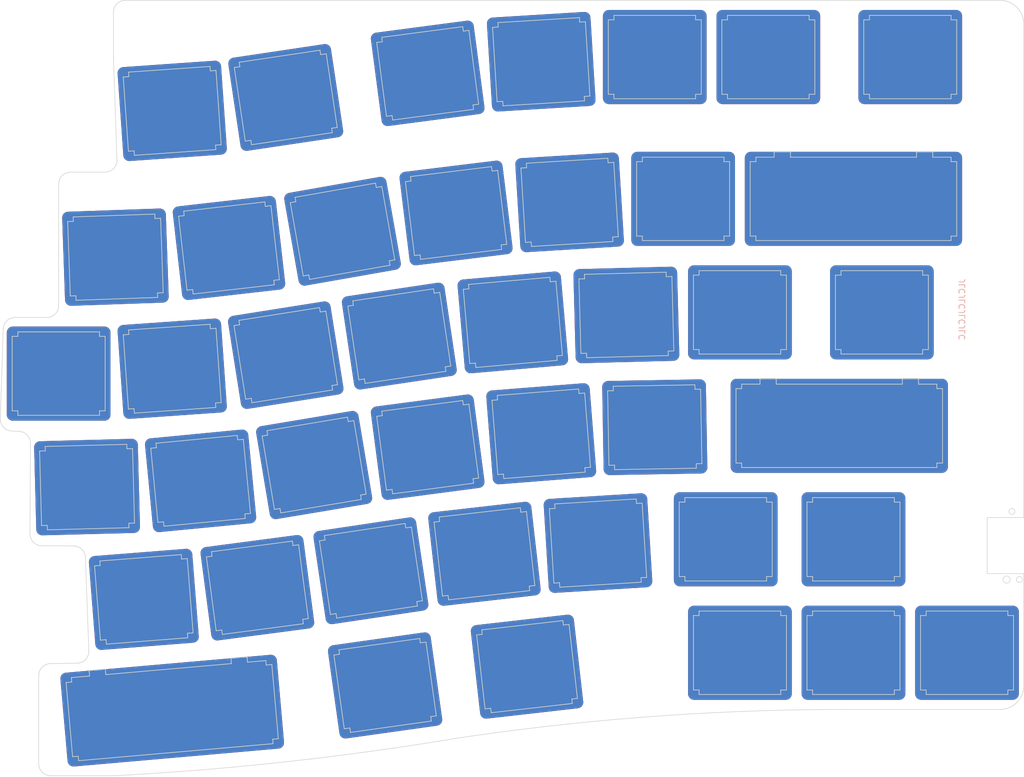
<source format=kicad_pcb>
(kicad_pcb (version 20211014) (generator pcbnew)
  (layers (0 "F.Cu" signal) (31 "B.Cu" signal) (34 "B.Paste" user) (35 "F.Paste" user) (36 "B.SilkS" user "B.Silkscreen") (37 "F.SilkS" user "F.Silkscreen") (38 "B.Mask" user) (39 "F.Mask" user) (44 "Edge.Cuts" user))
  (net 0 "")
  (net 1 "COL0")
  (net 2 "COL1")
  (net 3 "COL6")
  (net 4 "COL5")
  (net 5 "COL4")
  (net 6 "COL3")
  (net 7 "COL2")
  (footprint "Keebio-Parts:MX-Alps_Switch_Cutout" (layer "F.Cu") (at 156.604206 109.612525 -175.5)
    (fp_text reference "SW26" hide)
    (fp_text value "Switch" hide)
    (fp_line (start -7.8 -6.25) (end -6.85 -6.25) (layer "Edge.Cuts") (width 0.12))
    (fp_line (start -6.85 -6.25) (end -6.85 -7) (layer "Edge.Cuts") (width 0.12))
    (fp_line (start -6.85 6.25) (end -7.8 6.25) (layer "Edge.Cuts") (width 0.12))
    (fp_line (start 7.8 -6.25) (end 7.8 6.25) (layer "Edge.Cuts") (width 0.12))
    (fp_line (start 6.85 -7) (end 6.85 -6.25) (layer "Edge.Cuts") (width 0.12))
    (fp_line (start -6.85 -7) (end 6.85 -7) (layer "Edge.Cuts") (width 0.12))
    (fp_line (start 7.8 6.25) (end 6.85 6.25) (layer "Edge.Cuts") (width 0.12))
    (fp_line (start 6.85 7) (end -6.85 7) (layer "Edge.Cuts") (width 0.12))
    (fp_line (start -7.8 6.25) (end -7.8 -6.25) (layer "Edge.Cuts") (width 0.12))
    (fp_line (start 6.85 -6.25) (end 7.8 -6.25) (layer "Edge.Cuts") (width 0.12))
    (fp_line (start -6.85 7) (end -6.85 6.25) (layer "Edge.Cuts") (width 0.12))
    (fp_line (start 6.85 6.25) (end 6.85 7) (layer "Edge.Cuts") (width 0.12))
  )
  (footprint "Keebio-Parts:MX-Alps_Switch_Cutout" (layer "F.Cu") (at 189.941706 146.375025 180)
    (fp_text reference "SW39" hide)
    (fp_text value "Switch" hide)
    (fp_line (start 6.85 -7) (end 6.85 -6.25) (layer "Edge.Cuts") (width 0.12))
    (fp_line (start -6.85 -7) (end 6.85 -7) (layer "Edge.Cuts") (width 0.12))
    (fp_line (start -6.85 -6.25) (end -6.85 -7) (layer "Edge.Cuts") (width 0.12))
    (fp_line (start -6.85 6.25) (end -7.8 6.25) (layer "Edge.Cuts") (width 0.12))
    (fp_line (start 6.85 7) (end -6.85 7) (layer "Edge.Cuts") (width 0.12))
    (fp_line (start -7.8 -6.25) (end -6.85 -6.25) (layer "Edge.Cuts") (width 0.12))
    (fp_line (start 6.85 -6.25) (end 7.8 -6.25) (layer "Edge.Cuts") (width 0.12))
    (fp_line (start 6.85 6.25) (end 6.85 7) (layer "Edge.Cuts") (width 0.12))
    (fp_line (start -7.8 6.25) (end -7.8 -6.25) (layer "Edge.Cuts") (width 0.12))
    (fp_line (start 7.8 -6.25) (end 7.8 6.25) (layer "Edge.Cuts") (width 0.12))
    (fp_line (start 7.8 6.25) (end 6.85 6.25) (layer "Edge.Cuts") (width 0.12))
    (fp_line (start -6.85 7) (end -6.85 6.25) (layer "Edge.Cuts") (width 0.12))
  )
  (footprint "Keebio-Parts:MX-Alps_Switch_Cutout" (layer "F.Cu") (at 137.554206 49.100025 -172.5)
    (fp_text reference "SW3" hide)
    (fp_text value "Switch" hide)
    (fp_line (start -6.85 -7) (end 6.85 -7) (layer "Edge.Cuts") (width 0.12))
    (fp_line (start 6.85 7) (end -6.85 7) (layer "Edge.Cuts") (width 0.12))
    (fp_line (start -6.85 7) (end -6.85 6.25) (layer "Edge.Cuts") (width 0.12))
    (fp_line (start -7.8 6.25) (end -7.8 -6.25) (layer "Edge.Cuts") (width 0.12))
    (fp_line (start 6.85 6.25) (end 6.85 7) (layer "Edge.Cuts") (width 0.12))
    (fp_line (start 7.8 6.25) (end 6.85 6.25) (layer "Edge.Cuts") (width 0.12))
    (fp_line (start -7.8 -6.25) (end -6.85 -6.25) (layer "Edge.Cuts") (width 0.12))
    (fp_line (start -6.85 6.25) (end -7.8 6.25) (layer "Edge.Cuts") (width 0.12))
    (fp_line (start 6.85 -6.25) (end 7.8 -6.25) (layer "Edge.Cuts") (width 0.12))
    (fp_line (start 7.8 -6.25) (end 7.8 6.25) (layer "Edge.Cuts") (width 0.12))
    (fp_line (start -6.85 -6.25) (end -6.85 -7) (layer "Edge.Cuts") (width 0.12))
    (fp_line (start 6.85 -7) (end 6.85 -6.25) (layer "Edge.Cuts") (width 0.12))
  )
  (footprint "Keebio-Parts:MX-Alps_Switch_Cutout" (layer "F.Cu") (at 113.741706 96.412525 -171)
    (fp_text reference "SW17" hide)
    (fp_text value "Switch" hide)
    (fp_line (start 7.8 -6.25) (end 7.8 6.25) (layer "Edge.Cuts") (width 0.12))
    (fp_line (start 6.85 -7) (end 6.85 -6.25) (layer "Edge.Cuts") (width 0.12))
    (fp_line (start 6.85 -6.25) (end 7.8 -6.25) (layer "Edge.Cuts") (width 0.12))
    (fp_line (start -6.85 -7) (end 6.85 -7) (layer "Edge.Cuts") (width 0.12))
    (fp_line (start 6.85 7) (end -6.85 7) (layer "Edge.Cuts") (width 0.12))
    (fp_line (start -6.85 6.25) (end -7.8 6.25) (layer "Edge.Cuts") (width 0.12))
    (fp_line (start -6.85 7) (end -6.85 6.25) (layer "Edge.Cuts") (width 0.12))
    (fp_line (start -7.8 -6.25) (end -6.85 -6.25) (layer "Edge.Cuts") (width 0.12))
    (fp_line (start -6.85 -6.25) (end -6.85 -7) (layer "Edge.Cuts") (width 0.12))
    (fp_line (start 7.8 6.25) (end 6.85 6.25) (layer "Edge.Cuts") (width 0.12))
    (fp_line (start -7.8 6.25) (end -7.8 -6.25) (layer "Edge.Cuts") (width 0.12))
    (fp_line (start 6.85 6.25) (end 6.85 7) (layer "Edge.Cuts") (width 0.12))
  )
  (footprint "" (layer "F.Cu") (at 206.604206 54.242525)
    (fp_text reference "")
    (fp_text value "")
  )
  (footprint "Keebio-Parts:MX-Alps_Switch_Cutout" (layer "F.Cu") (at 85.166706 79.962525 -178)
    (fp_text reference "SW8" hide)
    (fp_text value "Switch" hide)
    (fp_line (start 6.85 -6.25) (end 7.8 -6.25) (layer "Edge.Cuts") (width 0.12))
    (fp_line (start -6.85 7) (end -6.85 6.25) (layer "Edge.Cuts") (width 0.12))
    (fp_line (start 6.85 -7) (end 6.85 -6.25) (layer "Edge.Cuts") (width 0.12))
    (fp_line (start -6.85 6.25) (end -7.8 6.25) (layer "Edge.Cuts") (width 0.12))
    (fp_line (start 6.85 7) (end -6.85 7) (layer "Edge.Cuts") (width 0.12))
    (fp_line (start -6.85 -6.25) (end -6.85 -7) (layer "Edge.Cuts") (width 0.12))
    (fp_line (start -7.8 6.25) (end -7.8 -6.25) (layer "Edge.Cuts") (width 0.12))
    (fp_line (start -7.8 -6.25) (end -6.85 -6.25) (layer "Edge.Cuts") (width 0.12))
    (fp_line (start 6.85 6.25) (end 6.85 7) (layer "Edge.Cuts") (width 0.12))
    (fp_line (start 7.8 -6.25) (end 7.8 6.25) (layer "Edge.Cuts") (width 0.12))
    (fp_line (start -6.85 -7) (end 6.85 -7) (layer "Edge.Cuts") (width 0.12))
    (fp_line (start 7.8 6.25) (end 6.85 6.25) (layer "Edge.Cuts") (width 0.12))
  )
  (footprint "Keebio-Parts:MX-Alps_Switch_Cutout" (layer "F.Cu") (at 113.741706 53.150025 -171.5)
    (fp_text reference "SW2" hide)
    (fp_text value "Switch" hide)
    (fp_line (start 6.85 -7) (end 6.85 -6.25) (layer "Edge.Cuts") (width 0.12))
    (fp_line (start -6.85 -7) (end 6.85 -7) (layer "Edge.Cuts") (width 0.12))
    (fp_line (start 7.8 -6.25) (end 7.8 6.25) (layer "Edge.Cuts") (width 0.12))
    (fp_line (start 6.85 6.25) (end 6.85 7) (layer "Edge.Cuts") (width 0.12))
    (fp_line (start 6.85 -6.25) (end 7.8 -6.25) (layer "Edge.Cuts") (width 0.12))
    (fp_line (start -7.8 -6.25) (end -6.85 -6.25) (layer "Edge.Cuts") (width 0.12))
    (fp_line (start -6.85 -6.25) (end -6.85 -7) (layer "Edge.Cuts") (width 0.12))
    (fp_line (start -6.85 7) (end -6.85 6.25) (layer "Edge.Cuts") (width 0.12))
    (fp_line (start -6.85 6.25) (end -7.8 6.25) (layer "Edge.Cuts") (width 0.12))
    (fp_line (start 6.85 7) (end -6.85 7) (layer "Edge.Cuts") (width 0.12))
    (fp_line (start 7.8 6.25) (end 6.85 6.25) (layer "Edge.Cuts") (width 0.12))
    (fp_line (start -7.8 6.25) (end -7.8 -6.25) (layer "Edge.Cuts") (width 0.12))
  )
  (footprint "Keebio-Parts:MX-Alps_Switch_Cutout" (layer "F.Cu") (at 94.691706 98.686525 -176)
    (fp_text reference "SW16" hide)
    (fp_text value "Switch" hide)
    (fp_line (start 7.8 -6.25) (end 7.8 6.25) (layer "Edge.Cuts") (width 0.12))
    (fp_line (start 6.85 6.25) (end 6.85 7) (layer "Edge.Cuts") (width 0.12))
    (fp_line (start -7.8 6.25) (end -7.8 -6.25) (layer "Edge.Cuts") (width 0.12))
    (fp_line (start 6.85 -6.25) (end 7.8 -6.25) (layer "Edge.Cuts") (width 0.12))
    (fp_line (start -7.8 -6.25) (end -6.85 -6.25) (layer "Edge.Cuts") (width 0.12))
    (fp_line (start -6.85 -7) (end 6.85 -7) (layer "Edge.Cuts") (width 0.12))
    (fp_line (start 6.85 7) (end -6.85 7) (layer "Edge.Cuts") (width 0.12))
    (fp_line (start -6.85 6.25) (end -7.8 6.25) (layer "Edge.Cuts") (width 0.12))
    (fp_line (start -6.85 -6.25) (end -6.85 -7) (layer "Edge.Cuts") (width 0.12))
    (fp_line (start 7.8 6.25) (end 6.85 6.25) (layer "Edge.Cuts") (width 0.12))
    (fp_line (start 6.85 -7) (end 6.85 -6.25) (layer "Edge.Cuts") (width 0.12))
    (fp_line (start -6.85 7) (end -6.85 6.25) (layer "Edge.Cuts") (width 0.12))
  )
  (footprint "Keebio-Parts:MX-Alps_Switch_Cutout" (layer "F.Cu") (at 80.404206 118.562525 -178.5)
    (fp_text reference "SW22" hide)
    (fp_text value "Switch" hide)
    (fp_line (start -7.8 -6.25) (end -6.85 -6.25) (layer "Edge.Cuts") (width 0.12))
    (fp_line (start 6.85 6.25) (end 6.85 7) (layer "Edge.Cuts") (width 0.12))
    (fp_line (start -6.85 6.25) (end -7.8 6.25) (layer "Edge.Cuts") (width 0.12))
    (fp_line (start 6.85 -6.25) (end 7.8 -6.25) (layer "Edge.Cuts") (width 0.12))
    (fp_line (start 6.85 -7) (end 6.85 -6.25) (layer "Edge.Cuts") (width 0.12))
    (fp_line (start -6.85 7) (end -6.85 6.25) (layer "Edge.Cuts") (width 0.12))
    (fp_line (start 7.8 -6.25) (end 7.8 6.25) (layer "Edge.Cuts") (width 0.12))
    (fp_line (start -6.85 -6.25) (end -6.85 -7) (layer "Edge.Cuts") (width 0.12))
    (fp_line (start -7.8 6.25) (end -7.8 -6.25) (layer "Edge.Cuts") (width 0.12))
    (fp_line (start 6.85 7) (end -6.85 7) (layer "Edge.Cuts") (width 0.12))
    (fp_line (start 7.8 6.25) (end 6.85 6.25) (layer "Edge.Cuts") (width 0.12))
    (fp_line (start -6.85 -7) (end 6.85 -7) (layer "Edge.Cuts") (width 0.12))
  )
  (footprint "" (layer "F.Cu") (at 233.121706 41.282534)
    (fp_text reference "")
    (fp_text value "")
  )
  (footprint "Keebio-Parts:MX-Alps_Switch_Cutout" (layer "F.Cu") (at 175.654206 46.362525 180)
    (fp_text reference "SW5" hide)
    (fp_text value "Switch" hide)
    (fp_line (start 6.85 -6.25) (end 7.8 -6.25) (layer "Edge.Cuts") (width 0.12))
    (fp_line (start 6.85 -7) (end 6.85 -6.25) (layer "Edge.Cuts") (width 0.12))
    (fp_line (start 7.8 6.25) (end 6.85 6.25) (layer "Edge.Cuts") (width 0.12))
    (fp_line (start -7.8 -6.25) (end -6.85 -6.25) (layer "Edge.Cuts") (width 0.12))
    (fp_line (start -6.85 -7) (end 6.85 -7) (layer "Edge.Cuts") (width 0.12))
    (fp_line (start -6.85 7) (end -6.85 6.25) (layer "Edge.Cuts") (width 0.12))
    (fp_line (start 7.8 -6.25) (end 7.8 6.25) (layer "Edge.Cuts") (width 0.12))
    (fp_line (start -6.85 6.25) (end -7.8 6.25) (layer "Edge.Cuts") (width 0.12))
    (fp_line (start -7.8 6.25) (end -7.8 -6.25) (layer "Edge.Cuts") (width 0.12))
    (fp_line (start -6.85 -6.25) (end -6.85 -7) (layer "Edge.Cuts") (width 0.12))
    (fp_line (start 6.85 7) (end -6.85 7) (layer "Edge.Cuts") (width 0.12))
    (fp_line (start 6.85 6.25) (end 6.85 7) (layer "Edge.Cuts") (width 0.12))
  )
  (footprint "Keebio-Parts:MX-Alps_Switch_Cutout-1u_2u" (layer "F.Cu") (at 206.610456 108.275025 180)
    (fp_text reference "SW35" hide)
    (fp_text value "Switch" hide)
    (fp_line (start 16.375 6.25) (end 17.325 6.25) (layer "Edge.Cuts") (width 0.12))
    (fp_line (start -16.375 6.25) (end -16.375 7) (layer "Edge.Cuts") (width 0.12))
    (fp_line (start -16.375 -7) (end 16.375 -7) (layer "Edge.Cuts") (width 0.12))
    (fp_line (start -17.325 -6.25) (end -16.375 -6.25) (layer "Edge.Cuts") (width 0.12))
    (fp_line (start -16.375 -6.25) (end -16.375 -7) (layer "Edge.Cuts") (width 0.12))
    (fp_line (start 13.3 7.925) (end 13.3 7) (layer "Edge.Cuts") (width 0.12))
    (fp_line (start -17.325 6.25) (end -16.375 6.25) (layer "Edge.Cuts") (width 0.12))
    (fp_line (start -10.575 7.925) (end -10.575 7) (layer "Edge.Cuts") (width 0.12))
    (fp_line (start -13.3 7) (end -13.3 7.925) (layer "Edge.Cuts") (width 0.12))
    (fp_line (start -17.325 -6.25) (end -17.325 6.25) (layer "Edge.Cuts") (width 0.12))
    (fp_line (start 16.375 -7) (end 16.375 -6.25) (layer "Edge.Cuts") (width 0.12))
    (fp_line (start 16.375 7) (end 16.375 6.25) (layer "Edge.Cuts") (width 0.12))
    (fp_line (start 10.575 7.925) (end 13.3 7.925) (layer "Edge.Cuts") (width 0.12))
    (fp_line (start -16.375 7) (end -13.3 7) (layer "Edge.Cuts") (width 0.12))
    (fp_line (start 10.575 7) (end 10.575 7.925) (layer "Edge.Cuts") (width 0.12))
    (fp_line (start 16.375 -6.25) (end 17.325 -6.25) (layer "Edge.Cuts") (width 0.12))
    (fp_line (start -10.575 7) (end 10.575 7) (layer "Edge.Cuts") (width 0.12))
    (fp_line (start 17.325 -6.25) (end 17.325 6.25) (layer "Edge.Cuts") (width 0.12))
    (fp_line (start -13.3 7.925) (end -10.575 7.925) (layer "Edge.Cuts") (width 0.12))
    (fp_line (start 13.3 7) (end 16.375 7) (layer "Edge.Cuts") (width 0.12))
  )
  (footprint "Keebio-Parts:MX-Alps_Switch_Cutout" (layer "F.Cu") (at 213.754206 89.225025 180)
    (fp_text reference "SW28" hide)
    (fp_text value "Switch" hide)
    (fp_line (start -6.85 -7) (end 6.85 -7) (layer "Edge.Cuts") (width 0.12))
    (fp_line (start 6.85 6.25) (end 6.85 7) (layer "Edge.Cuts") (width 0.12))
    (fp_line (start 6.85 -6.25) (end 7.8 -6.25) (layer "Edge.Cuts") (width 0.12))
    (fp_line (start -6.85 7) (end -6.85 6.25) (layer "Edge.Cuts") (width 0.12))
    (fp_line (start 6.85 -7) (end 6.85 -6.25) (layer "Edge.Cuts") (width 0.12))
    (fp_line (start -7.8 6.25) (end -7.8 -6.25) (layer "Edge.Cuts") (width 0.12))
    (fp_line (start 6.85 7) (end -6.85 7) (layer "Edge.Cuts") (width 0.12))
    (fp_line (start -7.8 -6.25) (end -6.85 -6.25) (layer "Edge.Cuts") (width 0.12))
    (fp_line (start -6.85 6.25) (end -7.8 6.25) (layer "Edge.Cuts") (width 0.12))
    (fp_line (start 7.8 6.25) (end 6.85 6.25) (layer "Edge.Cuts") (width 0.12))
    (fp_line (start -6.85 -6.25) (end -6.85 -7) (layer "Edge.Cuts") (width 0.12))
    (fp_line (start 7.8 -6.25) (end 7.8 6.25) (layer "Edge.Cuts") (width 0.12))
  )
  (footprint "Keebio-Parts:MX-Alps_Switch_Cutout" (layer "F.Cu") (at 130.410456 151.862525 -172)
    (fp_text reference "SW37" hide)
    (fp_text value "Switch" hide)
    (fp_line (start 6.85 6.25) (end 6.85 7) (layer "Edge.Cuts") (width 0.12))
    (fp_line (start -7.8 6.25) (end -7.8 -6.25) (layer "Edge.Cuts") (width 0.12))
    (fp_line (start -6.85 -7) (end 6.85 -7) (layer "Edge.Cuts") (width 0.12))
    (fp_line (start -6.85 -6.25) (end -6.85 -7) (layer "Edge.Cuts") (width 0.12))
    (fp_line (start 6.85 7) (end -6.85 7) (layer "Edge.Cuts") (width 0.12))
    (fp_line (start 7.8 6.25) (end 6.85 6.25) (layer "Edge.Cuts") (width 0.12))
    (fp_line (start -7.8 -6.25) (end -6.85 -6.25) (layer "Edge.Cuts") (width 0.12))
    (fp_line (start 7.8 -6.25) (end 7.8 6.25) (layer "Edge.Cuts") (width 0.12))
    (fp_line (start 6.85 -6.25) (end 7.8 -6.25) (layer "Edge.Cuts") (width 0.12))
    (fp_line (start -6.85 6.25) (end -7.8 6.25) (layer "Edge.Cuts") (width 0.12))
    (fp_line (start -6.85 7) (end -6.85 6.25) (layer "Edge.Cuts") (width 0.12))
    (fp_line (start 6.85 -7) (end 6.85 -6.25) (layer "Edge.Cuts") (width 0.12))
  )
  (footprint "Keebio-Parts:MX-Alps_Switch_Cutout" (layer "F.Cu") (at 208.991706 127.325025 180)
    (fp_text reference "SW42" hide)
    (fp_text value "Switch" hide)
    (fp_line (start -7.8 -6.25) (end -6.85 -6.25) (layer "Edge.Cuts") (width 0.12))
    (fp_line (start -6.85 6.25) (end -7.8 6.25) (layer "Edge.Cuts") (width 0.12))
    (fp_line (start 6.85 6.25) (end 6.85 7) (layer "Edge.Cuts") (width 0.12))
    (fp_line (start 7.8 -6.25) (end 7.8 6.25) (layer "Edge.Cuts") (width 0.12))
    (fp_line (start -6.85 7) (end -6.85 6.25) (layer "Edge.Cuts") (width 0.12))
    (fp_line (start 7.8 6.25) (end 6.85 6.25) (layer "Edge.Cuts") (width 0.12))
    (fp_line (start -7.8 6.25) (end -7.8 -6.25) (layer "Edge.Cuts") (width 0.12))
    (fp_line (start 6.85 -7) (end 6.85 -6.25) (layer "Edge.Cuts") (width 0.12))
    (fp_line (start -6.85 -6.25) (end -6.85 -7) (layer "Edge.Cuts") (width 0.12))
    (fp_line (start -6.85 -7) (end 6.85 -7) (layer "Edge.Cuts") (width 0.12))
    (fp_line (start 6.85 7) (end -6.85 7) (layer "Edge.Cuts") (width 0.12))
    (fp_line (start 6.85 -6.25) (end 7.8 -6.25) (layer "Edge.Cuts") (width 0.12))
  )
  (footprint "Keebio-Parts:MX-Alps_Switch_Cutout" (layer "F.Cu") (at 194.704206 46.362525 180)
    (fp_text reference "SW6" hide)
    (fp_text value "Switch" hide)
    (fp_line (start -6.85 7) (end -6.85 6.25) (layer "Edge.Cuts") (width 0.12))
    (fp_line (start -6.85 -7) (end 6.85 -7) (layer "Edge.Cuts") (width 0.12))
    (fp_line (start 6.85 -6.25) (end 7.8 -6.25) (layer "Edge.Cuts") (width 0.12))
    (fp_line (start 6.85 7) (end -6.85 7) (layer "Edge.Cuts") (width 0.12))
    (fp_line (start 6.85 -7) (end 6.85 -6.25) (layer "Edge.Cuts") (width 0.12))
    (fp_line (start -7.8 -6.25) (end -6.85 -6.25) (layer "Edge.Cuts") (width 0.12))
    (fp_line (start 6.85 6.25) (end 6.85 7) (layer "Edge.Cuts") (width 0.12))
    (fp_line (start 7.8 6.25) (end 6.85 6.25) (layer "Edge.Cuts") (width 0.12))
    (fp_line (start -6.85 6.25) (end -7.8 6.25) (layer "Edge.Cuts") (width 0.12))
    (fp_line (start -7.8 6.25) (end -7.8 -6.25) (layer "Edge.Cuts") (width 0.12))
    (fp_line (start -6.85 -6.25) (end -6.85 -7) (layer "Edge.Cuts") (width 0.12))
    (fp_line (start 7.8 -6.25) (end 7.8 6.25) (layer "Edge.Cuts") (width 0.12))
  )
  (footprint "Keebio-Parts:MX-Alps_Switch_Cutout" (layer "F.Cu") (at 218.516706 46.362525 180)
    (fp_text reference "SW7" hide)
    (fp_text value "Switch" hide)
    (fp_line (start -6.85 -6.25) (end -6.85 -7) (layer "Edge.Cuts") (width 0.12))
    (fp_line (start -6.85 7) (end -6.85 6.25) (layer "Edge.Cuts") (width 0.12))
    (fp_line (start 6.85 6.25) (end 6.85 7) (layer "Edge.Cuts") (width 0.12))
    (fp_line (start -6.85 6.25) (end -7.8 6.25) (layer "Edge.Cuts") (width 0.12))
    (fp_line (start 7.8 6.25) (end 6.85 6.25) (layer "Edge.Cuts") (width 0.12))
    (fp_line (start 6.85 -7) (end 6.85 -6.25) (layer "Edge.Cuts") (width 0.12))
    (fp_line (start -6.85 -7) (end 6.85 -7) (layer "Edge.Cuts") (width 0.12))
    (fp_line (start -7.8 -6.25) (end -6.85 -6.25) (layer "Edge.Cuts") (width 0.12))
    (fp_line (start -7.8 6.25) (end -7.8 -6.25) (layer "Edge.Cuts") (width 0.12))
    (fp_line (start 6.85 -6.25) (end 7.8 -6.25) (layer "Edge.Cuts") (width 0.12))
    (fp_line (start 6.85 7) (end -6.85 7) (layer "Edge.Cuts") (width 0.12))
    (fp_line (start 7.8 -6.25) (end 7.8 6.25) (layer "Edge.Cuts") (width 0.12))
  )
  (footprint "Keebio-Parts:MX-Alps_Switch_Cutout" (layer "F.Cu") (at 104.216706 78.417325 -173.5)
    (fp_text reference "SW9" hide)
    (fp_text value "Switch" hide)
    (fp_line (start 7.8 6.25) (end 6.85 6.25) (layer "Edge.Cuts") (width 0.12))
    (fp_line (start -7.8 -6.25) (end -6.85 -6.25) (layer "Edge.Cuts") (width 0.12))
    (fp_line (start 6.85 -7) (end 6.85 -6.25) (layer "Edge.Cuts") (width 0.12))
    (fp_line (start -6.85 -7) (end 6.85 -7) (layer "Edge.Cuts") (width 0.12))
    (fp_line (start -6.85 7) (end -6.85 6.25) (layer "Edge.Cuts") (width 0.12))
    (fp_line (start -6.85 -6.25) (end -6.85 -7) (layer "Edge.Cuts") (width 0.12))
    (fp_line (start 7.8 -6.25) (end 7.8 6.25) (layer "Edge.Cuts") (width 0.12))
    (fp_line (start 6.85 7) (end -6.85 7) (layer "Edge.Cuts") (width 0.12))
    (fp_line (start 6.85 6.25) (end 6.85 7) (layer "Edge.Cuts") (width 0.12))
    (fp_line (start -6.85 6.25) (end -7.8 6.25) (layer "Edge.Cuts") (width 0.12))
    (fp_line (start 6.85 -6.25) (end 7.8 -6.25) (layer "Edge.Cuts") (width 0.12))
    (fp_line (start -7.8 6.25) (end -7.8 -6.25) (layer "Edge.Cuts") (width 0.12))
  )
  (footprint "Keebio-Parts:MX-Alps_Switch_Cutout" (layer "F.Cu") (at 108.979206 135.462525 -172.5)
    (fp_text reference "SW30" hide)
    (fp_text value "Switch" hide)
    (fp_line (start 6.85 -7) (end 6.85 -6.25) (layer "Edge.Cuts") (width 0.12))
    (fp_line (start -7.8 6.25) (end -7.8 -6.25) (layer "Edge.Cuts") (width 0.12))
    (fp_line (start -7.8 -6.25) (end -6.85 -6.25) (layer "Edge.Cuts") (width 0.12))
    (fp_line (start -6.85 7) (end -6.85 6.25) (layer "Edge.Cuts") (width 0.12))
    (fp_line (start -6.85 -7) (end 6.85 -7) (layer "Edge.Cuts") (width 0.12))
    (fp_line (start -6.85 -6.25) (end -6.85 -7) (layer "Edge.Cuts") (width 0.12))
    (fp_line (start 6.85 6.25) (end 6.85 7) (layer "Edge.Cuts") (width 0.12))
    (fp_line (start -6.85 6.25) (end -7.8 6.25) (layer "Edge.Cuts") (width 0.12))
    (fp_line (start 7.8 -6.25) (end 7.8 6.25) (layer "Edge.Cuts") (width 0.12))
    (fp_line (start 6.85 -6.25) (end 7.8 -6.25) (layer "Edge.Cuts") (width 0.12))
    (fp_line (start 6.85 7) (end -6.85 7) (layer "Edge.Cuts") (width 0.12))
    (fp_line (start 7.8 6.25) (end 6.85 6.25) (layer "Edge.Cuts") (width 0.12))
  )
  (footprint "Keebio-Parts:MX-Alps_Switch_Cutout" (layer "F.Cu") (at 208.991706 146.375025 180)
    (fp_text reference "SW40" hide)
    (fp_text value "Switch" hide)
    (fp_line (start -7.8 -6.25) (end -6.85 -6.25) (layer "Edge.Cuts") (width 0.12))
    (fp_line (start -6.85 -6.25) (end -6.85 -7) (layer "Edge.Cuts") (width 0.12))
    (fp_line (start 7.8 -6.25) (end 7.8 6.25) (layer "Edge.Cuts") (width 0.12))
    (fp_line (start 6.85 7) (end -6.85 7) (layer "Edge.Cuts") (width 0.12))
    (fp_line (start -6.85 6.25) (end -7.8 6.25) (layer "Edge.Cuts") (width 0.12))
    (fp_line (start 6.85 -6.25) (end 7.8 -6.25) (layer "Edge.Cuts") (width 0.12))
    (fp_line (start 6.85 6.25) (end 6.85 7) (layer "Edge.Cuts") (width 0.12))
    (fp_line (start -6.85 7) (end -6.85 6.25) (layer "Edge.Cuts") (width 0.12))
    (fp_line (start 7.8 6.25) (end 6.85 6.25) (layer "Edge.Cuts") (width 0.12))
    (fp_line (start 6.85 -7) (end 6.85 -6.25) (layer "Edge.Cuts") (width 0.12))
    (fp_line (start -6.85 -7) (end 6.85 -7) (layer "Edge.Cuts") (width 0.12))
    (fp_line (start -7.8 6.25) (end -7.8 -6.25) (layer "Edge.Cuts") (width 0.12))
  )
  (footprint "Keebio-Parts:MX-Alps_Switch_Cutout" (layer "F.Cu") (at 94.691706 55.400025 -176)
    (fp_text reference "SW1" hide)
    (fp_text value "Switch" hide)
    (fp_line (start 6.85 -7) (end 6.85 -6.25) (layer "Edge.Cuts") (width 0.12))
    (fp_line (start -7.8 6.25) (end -7.8 -6.25) (layer "Edge.Cuts") (width 0.12))
    (fp_line (start 7.8 6.25) (end 6.85 6.25) (layer "Edge.Cuts") (width 0.12))
    (fp_line (start -6.85 7) (end -6.85 6.25) (layer "Edge.Cuts") (width 0.12))
    (fp_line (start 6.85 6.25) (end 6.85 7) (layer "Edge.Cuts") (width 0.12))
    (fp_line (start -6.85 -6.25) (end -6.85 -7) (layer "Edge.Cuts") (width 0.12))
    (fp_line (start 6.85 7) (end -6.85 7) (layer "Edge.Cuts") (width 0.12))
    (fp_line (start -6.85 -7) (end 6.85 -7) (layer "Edge.Cuts") (width 0.12))
    (fp_line (start 7.8 -6.25) (end 7.8 6.25) (layer "Edge.Cuts") (width 0.12))
    (fp_line (start 6.85 -6.25) (end 7.8 -6.25) (layer "Edge.Cuts") (width 0.12))
    (fp_line (start -6.85 6.25) (end -7.8 6.25) (layer "Edge.Cuts") (width 0.12))
    (fp_line (start -7.8 -6.25) (end -6.85 -6.25) (layer "Edge.Cuts") (width 0.12))
  )
  (footprint "Keebio-Parts:MX-Alps_Switch_Cutout" (layer "F.Cu") (at 170.891706 89.662525 -178.5)
    (fp_text reference "SW20" hide)
    (fp_text value "Switch" hide)
    (fp_line (start 6.85 -7) (end 6.85 -6.25) (layer "Edge.Cuts") (width 0.12))
    (fp_line (start -7.8 6.25) (end -7.8 -6.25) (layer "Edge.Cuts") (width 0.12))
    (fp_line (start 7.8 -6.25) (end 7.8 6.25) (layer "Edge.Cuts") (width 0.12))
    (fp_line (start -6.85 7) (end -6.85 6.25) (layer "Edge.Cuts") (width 0.12))
    (fp_line (start -6.85 6.25) (end -7.8 6.25) (layer "Edge.Cuts") (width 0.12))
    (fp_line (start -6.85 -7) (end 6.85 -7) (layer "Edge.Cuts") (width 0.12))
    (fp_line (start 7.8 6.25) (end 6.85 6.25) (layer "Edge.Cuts") (width 0.12))
    (fp_line (start -7.8 -6.25) (end -6.85 -6.25) (layer "Edge.Cuts") (width 0.12))
    (fp_line (start 6.85 -6.25) (end 7.8 -6.25) (layer "Edge.Cuts") (width 0.12))
    (fp_line (start -6.85 -6.25) (end -6.85 -7) (layer "Edge.Cuts") (width 0.12))
    (fp_line (start 6.85 6.25) (end 6.85 7) (layer "Edge.Cuts") (width 0.12))
    (fp_line (start 6.85 7) (end -6.85 7) (layer "Edge.Cuts") (width 0.12))
  )
  (footprint "Keebio-Parts:MX-Alps_Switch_Cutout" (layer "F.Cu") (at 89.929206 137.412525 -175.5)
    (fp_text reference "SW29" hide)
    (fp_text value "Switch" hide)
    (fp_line (start -7.8 6.25) (end -7.8 -6.25) (layer "Edge.Cuts") (width 0.12))
    (fp_line (start -6.85 -7) (end 6.85 -7) (layer "Edge.Cuts") (width 0.12))
    (fp_line (start -6.85 7) (end -6.85 6.25) (layer "Edge.Cuts") (width 0.12))
    (fp_line (start 6.85 -6.25) (end 7.8 -6.25) (layer "Edge.Cuts") (width 0.12))
    (fp_line (start 6.85 -7) (end 6.85 -6.25) (layer "Edge.Cuts") (width 0.12))
    (fp_line (start 6.85 6.25) (end 6.85 7) (layer "Edge.Cuts") (width 0.12))
    (fp_line (start 7.8 6.25) (end 6.85 6.25) (layer "Edge.Cuts") (width 0.12))
    (fp_line (start 7.8 -6.25) (end 7.8 6.25) (layer "Edge.Cuts") (width 0.12))
    (fp_line (start -7.8 -6.25) (end -6.85 -6.25) (layer "Edge.Cuts") (width 0.12))
    (fp_line (start -6.85 -6.25) (end -6.85 -7) (layer "Edge.Cuts") (width 0.12))
    (fp_line (start 6.85 7) (end -6.85 7) (layer "Edge.Cuts") (width 0.12))
    (fp_line (start -6.85 6.25) (end -7.8 6.25) (layer "Edge.Cuts") (width 0.12))
  )
  (footprint "Keebio-Parts:MX-Alps_Switch_Cutout-1u_2u" (layer "F.Cu") (at 94.691706 156.094516 -175)
    (fp_text reference "SW36" hide)
    (fp_text value "Switch" hide)
    (fp_line (start 16.375 6.25) (end 17.325 6.25) (layer "Edge.Cuts") (width 0.12))
    (fp_line (start 16.375 -7) (end 16.375 -6.25) (layer "Edge.Cuts") (width 0.12))
    (fp_line (start -10.575 7.925) (end -10.575 7) (layer "Edge.Cuts") (width 0.12))
    (fp_line (start 13.3 7.925) (end 13.3 7) (layer "Edge.Cuts") (width 0.12))
    (fp_line (start 16.375 -6.25) (end 17.325 -6.25) (layer "Edge.Cuts") (width 0.12))
    (fp_line (start -13.3 7.925) (end -10.575 7.925) (layer "Edge.Cuts") (width 0.12))
    (fp_line (start -17.325 -6.25) (end -16.375 -6.25) (layer "Edge.Cuts") (width 0.12))
    (fp_line (start 17.325 -6.25) (end 17.325 6.25) (layer "Edge.Cuts") (width 0.12))
    (fp_line (start 16.375 7) (end 16.375 6.25) (layer "Edge.Cuts") (width 0.12))
    (fp_line (start -16.375 -7) (end 16.375 -7) (layer "Edge.Cuts") (width 0.12))
    (fp_line (start -10.575 7) (end 10.575 7) (layer "Edge.Cuts") (width 0.12))
    (fp_line (start -17.325 -6.25) (end -17.325 6.25) (layer "Edge.Cuts") (width 0.12))
    (fp_line (start -13.3 7) (end -13.3 7.925) (layer "Edge.Cuts") (width 0.12))
    (fp_line (start -16.375 6.25) (end -16.375 7) (layer "Edge.Cuts") (width 0.12))
    (fp_line (start 10.575 7) (end 10.575 7.925) (layer "Edge.Cuts") (width 0.12))
    (fp_line (start 10.575 7.925) (end 13.3 7.925) (layer "Edge.Cuts") (width 0.12))
    (fp_line (start 13.3 7) (end 16.375 7) (layer "Edge.Cuts") (width 0.12))
    (fp_line (start -17.325 6.25) (end -16.375 6.25) (layer "Edge.Cuts") (width 0.12))
    (fp_line (start -16.375 7) (end -13.3 7) (layer "Edge.Cuts") (width 0.12))
    (fp_line (start -16.375 -6.25) (end -16.375 -7) (layer "Edge.Cuts") (width 0.12))
  )
  (footprint "" (layer "F.Cu") (at 141.211706 142.242525)
    (fp_text reference "")
    (fp_text value "")
  )
  (footprint "Keebio-Parts:MX-Alps_Switch_Cutout" (layer "F.Cu") (at 147.079206 129.762525 -173.5)
    (fp_text reference "SW32" hide)
    (fp_text value "Switch" hide)
    (fp_line (start -6.85 7) (end -6.85 6.25) (layer "Edge.Cuts") (width 0.12))
    (fp_line (start -7.8 -6.25) (end -6.85 -6.25) (layer "Edge.Cuts") (width 0.12))
    (fp_line (start 7.8 -6.25) (end 7.8 6.25) (layer "Edge.Cuts") (width 0.12))
    (fp_line (start 6.85 7) (end -6.85 7) (layer "Edge.Cuts") (width 0.12))
    (fp_line (start -7.8 6.25) (end -7.8 -6.25) (layer "Edge.Cuts") (width 0.12))
    (fp_line (start 6.85 -7) (end 6.85 -6.25) (layer "Edge.Cuts") (width 0.12))
    (fp_line (start 7.8 6.25) (end 6.85 6.25) (layer "Edge.Cuts") (width 0.12))
    (fp_line (start 6.85 6.25) (end 6.85 7) (layer "Edge.Cuts") (width 0.12))
    (fp_line (start -6.85 6.25) (end -7.8 6.25) (layer "Edge.Cuts") (width 0.12))
    (fp_line (start -6.85 -6.25) (end -6.85 -7) (layer "Edge.Cuts") (width 0.12))
    (fp_line (start -6.85 -7) (end 6.85 -7) (layer "Edge.Cuts") (width 0.12))
    (fp_line (start 6.85 -6.25) (end 7.8 -6.25) (layer "Edge.Cuts") (width 0.12))
  )
  (footprint "Keebio-Parts:MX-Alps_Switch_Cutout" (layer "F.Cu") (at 228.041706 146.375025 180)
    (fp_text reference "SW41" hide)
    (fp_text value "Switch" hide)
    (fp_line (start -7.8 6.25) (end -7.8 -6.25) (layer "Edge.Cuts") (width 0.12))
    (fp_line (start 6.85 -7) (end 6.85 -6.25) (layer "Edge.Cuts") (width 0.12))
    (fp_line (start 7.8 -6.25) (end 7.8 6.25) (layer "Edge.Cuts") (width 0.12))
    (fp_line (start 6.85 -6.25) (end 7.8 -6.25) (layer "Edge.Cuts") (width 0.12))
    (fp_line (start 6.85 7) (end -6.85 7) (layer "Edge.Cuts") (width 0.12))
    (fp_line (start -6.85 6.25) (end -7.8 6.25) (layer "Edge.Cuts") (width 0.12))
    (fp_line (start 6.85 6.25) (end 6.85 7) (layer "Edge.Cuts") (width 0.12))
    (fp_line (start -6.85 -7) (end 6.85 -7) (layer "Edge.Cuts") (width 0.12))
    (fp_line (start -7.8 -6.25) (end -6.85 -6.25) (layer "Edge.Cuts") (width 0.12))
    (fp_line (start -6.85 7) (end -6.85 6.25) (layer "Edge.Cuts") (width 0.12))
    (fp_line (start -6.85 -6.25) (end -6.85 -7) (layer "Edge.Cuts") (width 0.12))
    (fp_line (start 7.8 6.25) (end 6.85 6.25) (layer "Edge.Cuts") (width 0.12))
  )
  (footprint "Keebio-Parts:MX-Alps_Switch_Cutout" (layer "F.Cu") (at 166.129206 127.962525 -176.5)
    (fp_text reference "SW33" hide)
    (fp_text value "Switch" hide)
    (fp_line (start -6.85 -7) (end 6.85 -7) (layer "Edge.Cuts") (width 0.12))
    (fp_line (start -6.85 -6.25) (end -6.85 -7) (layer "Edge.Cuts") (width 0.12))
    (fp_line (start 7.8 -6.25) (end 7.8 6.25) (layer "Edge.Cuts") (width 0.12))
    (fp_line (start -6.85 7) (end -6.85 6.25) (layer "Edge.Cuts") (width 0.12))
    (fp_line (start 6.85 6.25) (end 6.85 7) (layer "Edge.Cuts") (width 0.12))
    (fp_line (start -7.8 -6.25) (end -6.85 -6.25) (layer "Edge.Cuts") (width 0.12))
    (fp_line (start 7.8 6.25) (end 6.85 6.25) (layer "Edge.Cuts") (width 0.12))
    (fp_line (start -6.85 6.25) (end -7.8 6.25) (layer "Edge.Cuts") (width 0.12))
    (fp_line (start -7.8 6.25) (end -7.8 -6.25) (layer "Edge.Cuts") (width 0.12))
    (fp_line (start 6.85 7) (end -6.85 7) (layer "Edge.Cuts") (width 0.12))
    (fp_line (start 6.85 -7) (end 6.85 -6.25) (layer "Edge.Cuts") (width 0.12))
    (fp_line (start 6.85 -6.25) (end 7.8 -6.25) (layer "Edge.Cuts") (width 0.12))
  )
  (footprint "Keebio-Parts:MX-Alps_Switch_Cutout-1u_2u" (layer "F.Cu") (at 208.991706 70.175025 180)
    (fp_text reference "SW14" hide)
    (fp_text value "Switch" hide)
    (fp_line (start -13.3 7.925) (end -10.575 7.925) (layer "Edge.Cuts") (width 0.12))
    (fp_line (start -10.575 7) (end 10.575 7) (layer "Edge.Cuts") (width 0.12))
    (fp_line (start -16.375 -6.25) (end -16.375 -7) (layer "Edge.Cuts") (width 0.12))
    (fp_line (start 13.3 7) (end 16.375 7) (layer "Edge.Cuts") (width 0.12))
    (fp_line (start 16.375 6.25) (end 17.325 6.25) (layer "Edge.Cuts") (width 0.12))
    (fp_line (start -10.575 7.925) (end -10.575 7) (layer "Edge.Cuts") (width 0.12))
    (fp_line (start 16.375 -7) (end 16.375 -6.25) (layer "Edge.Cuts") (width 0.12))
    (fp_line (start 13.3 7.925) (end 13.3 7) (layer "Edge.Cuts") (width 0.12))
    (fp_line (start -17.325 6.25) (end -16.375 6.25) (layer "Edge.Cuts") (width 0.12))
    (fp_line (start 16.375 -6.25) (end 17.325 -6.25) (layer "Edge.Cuts") (width 0.12))
    (fp_line (start 16.375 7) (end 16.375 6.25) (layer "Edge.Cuts") (width 0.12))
    (fp_line (start -17.325 -6.25) (end -16.375 -6.25) (layer "Edge.Cuts") (width 0.12))
    (fp_line (start -13.3 7) (end -13.3 7.925) (layer "Edge.Cuts") (width 0.12))
    (fp_line (start -16.375 -7) (end 16.375 -7) (layer "Edge.Cuts") (width 0.12))
    (fp_line (start 17.325 -6.25) (end 17.325 6.25) (layer "Edge.Cuts") (width 0.12))
    (fp_line (start 10.575 7) (end 10.575 7.925) (layer "Edge.Cuts") (width 0.12))
    (fp_line (start 10.575 7.925) (end 13.3 7.925) (layer "Edge.Cuts") (width 0.12))
    (fp_line (start -16.375 6.25) (end -16.375 7) (layer "Edge.Cuts") (width 0.12))
    (fp_line (start -17.325 -6.25) (end -17.325 6.25) (layer "Edge.Cuts") (width 0.12))
    (fp_line (start -16.375 7) (end -13.3 7) (layer "Edge.Cuts") (width 0.12))
  )
  (footprint "Keebio-Parts:MX-Alps_Switch_Cutout" (layer "F.Cu") (at 142.316706 72.542525 -173)
    (fp_text reference "SW11" hide)
    (fp_text value "Switch" hide)
    (fp_line (start 6.85 6.25) (end 6.85 7) (layer "Edge.Cuts") (width 0.12))
    (fp_line (start -6.85 -7) (end 6.85 -7) (layer "Edge.Cuts") (width 0.12))
    (fp_line (start -7.8 6.25) (end -7.8 -6.25) (layer "Edge.Cuts") (width 0.12))
    (fp_line (start 7.8 -6.25) (end 7.8 6.25) (layer "Edge.Cuts") (width 0.12))
    (fp_line (start -6.85 7) (end -6.85 6.25) (layer "Edge.Cuts") (width 0.12))
    (fp_line (start -7.8 -6.25) (end -6.85 -6.25) (layer "Edge.Cuts") (width 0.12))
    (fp_line (start 6.85 -6.25) (end 7.8 -6.25) (layer "Edge.Cuts") (width 0.12))
    (fp_line (start -6.85 6.25) (end -7.8 6.25) (layer "Edge.Cuts") (width 0.12))
    (fp_line (start 6.85 7) (end -6.85 7) (layer "Edge.Cuts") (width 0.12))
    (fp_line (start 7.8 6.25) (end 6.85 6.25) (layer "Edge.Cuts") (width 0.12))
    (fp_line (start -6.85 -6.25) (end -6.85 -7) (layer "Edge.Cuts") (width 0.12))
    (fp_line (start 6.85 -7) (end 6.85 -6.25) (layer "Edge.Cuts") (width 0.12))
  )
  (footprint "" (layer "F.Cu") (at 116.916706 150.900034)
    (fp_text reference "")
    (fp_text value "")
  )
  (footprint "" (layer "F.Cu") (at 90.946706 41.282534)
    (fp_text reference "")
    (fp_text value "")
  )
  (footprint "Keebio-Parts:MX-Alps_Switch_Cutout" (layer "F.Cu") (at 154.222956 148.712525 -173.5)
    (fp_text reference "SW38" hide)
    (fp_text value "Switch" hide)
    (fp_line (start -6.85 7) (end -6.85 6.25) (layer "Edge.Cuts") (width 0.12))
    (fp_line (start 6.85 7) (end -6.85 7) (layer "Edge.Cuts") (width 0.12))
    (fp_line (start 7.8 -6.25) (end 7.8 6.25) (layer "Edge.Cuts") (width 0.12))
    (fp_line (start -7.8 6.25) (end -7.8 -6.25) (layer "Edge.Cuts") (width 0.12))
    (fp_line (start -6.85 -6.25) (end -6.85 -7) (layer "Edge.Cuts") (width 0.12))
    (fp_line (start 6.85 6.25) (end 6.85 7) (layer "Edge.Cuts") (width 0.12))
    (fp_line (start 6.85 -7) (end 6.85 -6.25) (layer "Edge.Cuts") (width 0.12))
    (fp_line (start 6.85 -6.25) (end 7.8 -6.25) (layer "Edge.Cuts") (width 0.12))
    (fp_line (start 7.8 6.25) (end 6.85 6.25) (layer "Edge.Cuts") (width 0.12))
    (fp_line (start -7.8 -6.25) (end -6.85 -6.25) (layer "Edge.Cuts") (width 0.12))
    (fp_line (start -6.85 -7) (end 6.85 -7) (layer "Edge.Cuts") (width 0.12))
    (fp_line (start -6.85 6.25) (end -7.8 6.25) (layer "Edge.Cuts") (width 0.12))
  )
  (footprint "Keebio-Parts:MX-Alps_Switch_Cutout" (layer "F.Cu") (at 75.641706 99.512525 180)
    (fp_text reference "SW15" hide)
    (fp_text value "Switch" hide)
    (fp_line (start 7.8 6.25) (end 6.85 6.25) (layer "Edge.Cuts") (width 0.12))
    (fp_line (start -6.85 7) (end -6.85 6.25) (layer "Edge.Cuts") (width 0.12))
    (fp_line (start -7.8 -6.25) (end -6.85 -6.25) (layer "Edge.Cuts") (width 0.12))
    (fp_line (start 6.85 7) (end -6.85 7) (layer "Edge.Cuts") (width 0.12))
    (fp_line (start 6.85 6.25) (end 6.85 7) (layer "Edge.Cuts") (width 0.12))
    (fp_line (start 6.85 -6.25) (end 7.8 -6.25) (layer "Edge.Cuts") (width 0.12))
    (fp_line (start -6.85 -7) (end 6.85 -7) (layer "Edge.Cuts") (width 0.12))
    (fp_line (start 7.8 -6.25) (end 7.8 6.25) (layer "Edge.Cuts") (width 0.12))
    (fp_line (start -6.85 -6.25) (end -6.85 -7) (layer "Edge.Cuts") (width 0.12))
    (fp_line (start 6.85 -7) (end 6.85 -6.25) (layer "Edge.Cuts") (width 0.12))
    (fp_line (start -6.85 6.25) (end -7.8 6.25) (layer "Edge.Cuts") (width 0.12))
    (fp_line (start -7.8 6.25) (end -7.8 -6.25) (layer "Edge.Cuts") (width 0.12))
  )
  (footprint "Keebio-Parts:MX-Alps_Switch_Cutout" (layer "F.Cu") (at 189.941706 89.225025 180)
    (fp_text reference "SW21" hide)
    (fp_text value "Switch" hide)
    (fp_line (start 6.85 7) (end -6.85 7) (layer "Edge.Cuts") (width 0.12))
    (fp_line (start -7.8 6.25) (end -7.8 -6.25) (layer "Edge.Cuts") (width 0.12))
    (fp_line (start 7.8 6.25) (end 6.85 6.25) (layer "Edge.Cuts") (width 0.12))
    (fp_line (start 6.85 6.25) (end 6.85 7) (layer "Edge.Cuts") (width 0.12))
    (fp_line (start 6.85 -7) (end 6.85 -6.25) (layer "Edge.Cuts") (width 0.12))
    (fp_line (start -7.8 -6.25) (end -6.85 -6.25) (layer "Edge.Cuts") (width 0.12))
    (fp_line (start 7.8 -6.25) (end 7.8 6.25) (layer "Edge.Cuts") (width 0.12))
    (fp_line (start -6.85 -6.25) (end -6.85 -7) (layer "Edge.Cuts") (width 0.12))
    (fp_line (start -6.85 6.25) (end -7.8 6.25) (layer "Edge.Cuts") (width 0.12))
    (fp_line (start -6.85 7) (end -6.85 6.25) (layer "Edge.Cuts") (width 0.12))
    (fp_line (start -6.85 -7) (end 6.85 -7) (layer "Edge.Cuts") (width 0.12))
    (fp_line (start 6.85 -6.25) (end 7.8 -6.25) (layer "Edge.Cuts") (width 0.12))
  )
  (footprint "Keebio-Parts:MX-Alps_Switch_Cutout" (layer "F.Cu") (at 128.029206 132.612525 -171.5)
    (fp_text reference "SW31" hide)
    (fp_text value "Switch" hide)
    (fp_line (start -6.85 -7) (end 6.85 -7) (layer "Edge.Cuts") (width 0.12))
    (fp_line (start 6.85 -6.25) (end 7.8 -6.25) (layer "Edge.Cuts") (width 0.12))
    (fp_line (start 6.85 7) (end -6.85 7) (layer "Edge.Cuts") (width 0.12))
    (fp_line (start -6.85 -6.25) (end -6.85 -7) (layer "Edge.Cuts") (width 0.12))
    (fp_line (start 7.8 -6.25) (end 7.8 6.25) (layer "Edge.Cuts") (width 0.12))
    (fp_line (start -7.8 6.25) (end -7.8 -6.25) (layer "Edge.Cuts") (width 0.12))
    (fp_line (start -6.85 6.25) (end -7.8 6.25) (layer "Edge.Cuts") (width 0.12))
    (fp_line (start -6.85 7) (end -6.85 6.25) (layer "Edge.Cuts") (width 0.12))
    (fp_line (start 7.8 6.25) (end 6.85 6.25) (layer "Edge.Cuts") (width 0.12))
    (fp_line (start 6.85 6.25) (end 6.85 7) (layer "Edge.Cuts") (width 0.12))
    (fp_line (start 6.85 -7) (end 6.85 -6.25) (layer "Edge.Cuts") (width 0.12))
    (fp_line (start -7.8 -6.25) (end -6.85 -6.25) (layer "Edge.Cuts") (width 0.12))
  )
  (footprint "Keebio-Parts:MX-Alps_Switch_Cutout" (layer "F.Cu") (at 161.366706 70.762525 -176.5)
    (fp_text reference "SW12" hide)
    (fp_text value "Switch" hide)
    (fp_line (start -6.85 6.25) (end -7.8 6.25) (layer "Edge.Cuts") (width 0.12))
    (fp_line (start 6.85 7) (end -6.85 7) (layer "Edge.Cuts") (width 0.12))
    (fp_line (start -7.8 6.25) (end -7.8 -6.25) (layer "Edge.Cuts") (width 0.12))
    (fp_line (start 6.85 -7) (end 6.85 -6.25) (layer "Edge.Cuts") (width 0.12))
    (fp_line (start -6.85 -6.25) (end -6.85 -7) (layer "Edge.Cuts") (width 0.12))
    (fp_line (start 6.85 -6.25) (end 7.8 -6.25) (layer "Edge.Cuts") (width 0.12))
    (fp_line (start -6.85 -7) (end 6.85 -7) (layer "Edge.Cuts") (width 0.12))
    (fp_line (start 7.8 -6.25) (end 7.8 6.25) (layer "Edge.Cuts") (width 0.12))
    (fp_line (start -7.8 -6.25) (end -6.85 -6.25) (layer "Edge.Cuts") (width 0.12))
    (fp_line (start 7.8 6.25) (end 6.85 6.25) (layer "Edge.Cuts") (width 0.12))
    (fp_line (start 6.85 6.25) (end 6.85 7) (layer "Edge.Cuts") (width 0.12))
    (fp_line (start -6.85 7) (end -6.85 6.25) (layer "Edge.Cuts") (width 0.12))
  )
  (footprint "Keebio-Parts:MX-Alps_Switch_Cutout" (layer "F.Cu") (at 123.266706 75.612525 -170)
    (fp_text reference "SW10" hide)
    (fp_text value "Switch" hide)
    (fp_line (start -6.85 -7) (end 6.85 -7) (layer "Edge.Cuts") (width 0.12))
    (fp_line (start -6.85 -6.25) (end -6.85 -7) (layer "Edge.Cuts") (width 0.12))
    (fp_line (start 7.8 -6.25) (end 7.8 6.25) (layer "Edge.Cuts") (width 0.12))
    (fp_line (start -6.85 7) (end -6.85 6.25) (layer "Edge.Cuts") (width 0.12))
    (fp_line (start 6.85 6.25) (end 6.85 7) (layer "Edge.Cuts") (width 0.12))
    (fp_line (start 6.85 7) (end -6.85 7) (layer "Edge.Cuts") (width 0.12))
    (fp_line (start 6.85 -6.25) (end 7.8 -6.25) (layer "Edge.Cuts") (width 0.12))
    (fp_line (start -6.85 6.25) (end -7.8 6.25) (layer "Edge.Cuts") (width 0.12))
    (fp_line (start 6.85 -7) (end 6.85 -6.25) (layer "Edge.Cuts") (width 0.12))
    (fp_line (start -7.8 6.25) (end -7.8 -6.25) (layer "Edge.Cuts") (width 0.12))
    (fp_line (start -7.8 -6.25) (end -6.85 -6.25) (layer "Edge.Cuts") (width 0.12))
    (fp_line (start 7.8 6.25) (end 6.85 6.25) (layer "Edge.Cuts") (width 0.12))
  )
  (footprint "Keebio-Parts:MX-Alps_Switch_Cutout" (layer "F.Cu") (at 99.454206 117.512525 -174.5)
    (fp_text reference "SW23" hide)
    (fp_text value "Switch" hide)
    (fp_line (start 6.85 -6.25) (end 7.8 -6.25) (layer "Edge.Cuts") (width 0.12))
    (fp_line (start -6.85 -7) (end 6.85 -7) (layer "Edge.Cuts") (width 0.12))
    (fp_line (start 6.85 7) (end -6.85 7) (layer "Edge.Cuts") (width 0.12))
    (fp_line (start 6.85 -7) (end 6.85 -6.25) (layer "Edge.Cuts") (width 0.12))
    (fp_line (start -7.8 6.25) (end -7.8 -6.25) (layer "Edge.Cuts") (width 0.12))
    (fp_line (start -7.8 -6.25) (end -6.85 -6.25) (layer "Edge.Cuts") (width 0.12))
    (fp_line (start -6.85 7) (end -6.85 6.25) (layer "Edge.Cuts") (width 0.12))
    (fp_line (start -6.85 -6.25) (end -6.85 -7) (layer "Edge.Cuts") (width 0.12))
    (fp_line (start -6.85 6.25) (end -7.8 6.25) (layer "Edge.Cuts") (width 0.12))
    (fp_line (start 6.85 6.25) (end 6.85 7) (layer "Edge.Cuts") (width 0.12))
    (fp_line (start 7.8 6.25) (end 6.85 6.25) (layer "Edge.Cuts") (width 0.12))
    (fp_line (start 7.8 -6.25) (end 7.8 6.25) (layer "Edge.Cuts") (width 0.12))
  )
  (footprint "Keebio-Parts:MX-Alps_Switch_Cutout" (layer "F.Cu") (at 187.560456 127.325025 180)
    (fp_text reference "SW34" hide)
    (fp_text value "Switch" hide)
    (fp_line (start 6.85 7) (end -6.85 7) (layer "Edge.Cuts") (width 0.12))
    (fp_line (start 7.8 -6.25) (end 7.8 6.25) (layer "Edge.Cuts") (width 0.12))
    (fp_line (start -7.8 6.25) (end -7.8 -6.25) (layer "Edge.Cuts") (width 0.12))
    (fp_line (start -6.85 -7) (end 6.85 -7) (layer "Edge.Cuts") (width 0.12))
    (fp_line (start 6.85 6.25) (end 6.85 7) (layer "Edge.Cuts") (width 0.12))
    (fp_line (start 6.85 -6.25) (end 7.8 -6.25) (layer "Edge.Cuts") (width 0.12))
    (fp_line (start 6.85 -7) (end 6.85 -6.25) (layer "Edge.Cuts") (width 0.12))
    (fp_line (start -6.85 6.25) (end -7.8 6.25) (layer "Edge.Cuts") (width 0.12))
    (fp_line (start 7.8 6.25) (end 6.85 6.25) (layer "Edge.Cuts") (width 0.12))
    (fp_line (start -6.85 7) (end -6.85 6.25) (layer "Edge.Cuts") (width 0.12))
    (fp_line (start -7.8 -6.25) (end -6.85 -6.25) (layer "Edge.Cuts") (width 0.12))
    (fp_line (start -6.85 -6.25) (end -6.85 -7) (layer "Edge.Cuts") (width 0.12))
  )
  (footprint "Keebio-Parts:MX-Alps_Switch_Cutout" (layer "F.Cu") (at 151.841706 90.912525 -175)
    (fp_text reference "SW19" hide)
    (fp_text value "Switch" hide)
    (fp_line (start -6.85 -6.25) (end -6.85 -7) (layer "Edge.Cuts") (width 0.12))
    (fp_line (start -7.8 6.25) (end -7.8 -6.25) (layer "Edge.Cuts") (width 0.12))
    (fp_line (start 6.85 -6.25) (end 7.8 -6.25) (layer "Edge.Cuts") (width 0.12))
    (fp_line (start -6.85 -7) (end 6.85 -7) (layer "Edge.Cuts") (width 0.12))
    (fp_line (start 7.8 6.25) (end 6.85 6.25) (layer "Edge.Cuts") (width 0.12))
    (fp_line (start 6.85 -7) (end 6.85 -6.25) (layer "Edge.Cuts") (width 0.12))
    (fp_line (start 7.8 -6.25) (end 7.8 6.25) (layer "Edge.Cuts") (width 0.12))
    (fp_line (start 6.85 7) (end -6.85 7) (layer "Edge.Cuts") (width 0.12))
    (fp_line (start -6.85 6.25) (end -7.8 6.25) (layer "Edge.Cuts") (width 0.12))
    (fp_line (start -6.85 7) (end -6.85 6.25) (layer "Edge.Cuts") (width 0.12))
    (fp_line (start 6.85 6.25) (end 6.85 7) (layer "Edge.Cuts") (width 0.12))
    (fp_line (start -7.8 -6.25) (end -6.85 -6.25) (layer "Edge.Cuts") (width 0.12))
  )
  (footprint "Keebio-Parts:MX-Alps_Switch_Cutout" (layer "F.Cu") (at 180.416706 70.175025 180)
    (fp_text reference "SW13" hide)
    (fp_text value "Switch" hide)
    (fp_line (start -7.8 -6.25) (end -6.85 -6.25) (layer "Edge.Cuts") (width 0.12))
    (fp_line (start -7.8 6.25) (end -7.8 -6.25) (layer "Edge.Cuts") (width 0.12))
    (fp_line (start 6.85 6.25) (end 6.85 7) (layer "Edge.Cuts") (width 0.12))
    (fp_line (start -6.85 -7) (end 6.85 -7) (layer "Edge.Cuts") (width 0.12))
    (fp_line (start -6.85 -6.25) (end -6.85 -7) (layer "Edge.Cuts") (width 0.12))
    (fp_line (start -6.85 7) (end -6.85 6.25) (layer "Edge.Cuts") (width 0.12))
    (fp_line (start 7.8 6.25) (end 6.85 6.25) (layer "Edge.Cuts") (width 0.12))
    (fp_line (start 6.85 -7) (end 6.85 -6.25) (layer "Edge.Cuts") (width 0.12))
    (fp_line (start 7.8 -6.25) (end 7.8 6.25) (layer "Edge.Cuts") (width 0.12))
    (fp_line (start 6.85 -6.25) (end 7.8 -6.25) (layer "Edge.Cuts") (width 0.12))
    (fp_line (start -6.85 6.25) (end -7.8 6.25) (layer "Edge.Cuts") (width 0.12))
    (fp_line (start 6.85 7) (end -6.85 7) (layer "Edge.Cuts") (width 0.12))
  )
  (footprint "Keebio-Parts:MX-Alps_Switch_Cutout" (layer "F.Cu") (at 132.791706 93.212525 -171.5)
    (fp_text reference "SW18" hide)
    (fp_text value "Switch" hide)
    (fp_line (start -7.8 6.25) (end -7.8 -6.25) (layer "Edge.Cuts") (width 0.12))
    (fp_line (start 7.8 6.25) (end 6.85 6.25) (layer "Edge.Cuts") (width 0.12))
    (fp_line (start -6.85 7) (end -6.85 6.25) (layer "Edge.Cuts") (width 0.12))
    (fp_line (start 6.85 -7) (end 6.85 -6.25) (layer "Edge.Cuts") (width 0.12))
    (fp_line (start 6.85 7) (end -6.85 7) (layer "Edge.Cuts") (width 0.12))
    (fp_line (start 6.85 -6.25) (end 7.8 -6.25) (layer "Edge.Cuts") (width 0.12))
    (fp_line (start 6.85 6.25) (end 6.85 7) (layer "Edge.Cuts") (width 0.12))
    (fp_line (start -6.85 -7) (end 6.85 -7) (layer "Edge.Cuts") (width 0.12))
    (fp_line (start 7.8 -6.25) (end 7.8 6.25) (layer "Edge.Cuts") (width 0.12))
    (fp_line (start -6.85 6.25) (end -7.8 6.25) (layer "Edge.Cuts") (width 0.12))
    (fp_line (start -7.8 -6.25) (end -6.85 -6.25) (layer "Edge.Cuts") (width 0.12))
    (fp_line (start -6.85 -6.25) (end -6.85 -7) (layer "Edge.Cuts") (width 0.12))
  )
  (footprint "Keebio-Parts:MX-Alps_Switch_Cutout" (layer "F.Cu") (at 137.554206 111.862525 -172.5)
    (fp_text reference "SW25" hide)
    (fp_text value "Switch" hide)
    (fp_line (start 6.85 6.25) (end 6.85 7) (layer "Edge.Cuts") (width 0.12))
    (fp_line (start 7.8 6.25) (end 6.85 6.25) (layer "Edge.Cuts") (width 0.12))
    (fp_line (start -6.85 6.25) (end -7.8 6.25) (layer "Edge.Cuts") (width 0.12))
    (fp_line (start 6.85 7) (end -6.85 7) (layer "Edge.Cuts") (width 0.12))
    (fp_line (start 7.8 -6.25) (end 7.8 6.25) (layer "Edge.Cuts") (width 0.12))
    (fp_line (start -6.85 7) (end -6.85 6.25) (layer "Edge.Cuts") (width 0.12))
    (fp_line (start -7.8 -6.25) (end -6.85 -6.25) (layer "Edge.Cuts") (width 0.12))
    (fp_line (start 6.85 -7) (end 6.85 -6.25) (layer "Edge.Cuts") (width 0.12))
    (fp_line (start -6.85 -7) (end 6.85 -7) (layer "Edge.Cuts") (width 0.12))
    (fp_line (start -7.8 6.25) (end -7.8 -6.25) (layer "Edge.Cuts") (width 0.12))
    (fp_line (start -6.85 -6.25) (end -6.85 -7) (layer "Edge.Cuts") (width 0.12))
    (fp_line (start 6.85 -6.25) (end 7.8 -6.25) (layer "Edge.Cuts") (width 0.12))
  )
  (footprint "Keebio-Parts:MX-Alps_Switch_Cutout" (layer "F.Cu") (at 175.654206 108.512525 -179)
    (fp_text reference "SW27" hide)
    (fp_text value "Switch" hide)
    (fp_line (start 6.85 7) (end -6.85 7) (layer "Edge.Cuts") (width 0.12))
    (fp_line (start 7.8 6.25) (end 6.85 6.25) (layer "Edge.Cuts") (width 0.12))
    (fp_line (start -7.8 -6.25) (end -6.85 -6.25) (layer "Edge.Cuts") (width 0.12))
    (fp_line (start -7.8 6.25) (end -7.8 -6.25) (layer "Edge.Cuts") (width 0.12))
    (fp_line (start -6.85 -7) (end 6.85 -7) (layer "Edge.Cuts") (width 0.12))
    (fp_line (start -6.85 6.25) (end -7.8 6.25) (layer "Edge.Cuts") (width 0.12))
    (fp_line (start -6.85 7) (end -6.85 6.25) (layer "Edge.Cuts") (width 0.12))
    (fp_line (start 6.85 -7) (end 6.85 -6.25) (layer "Edge.Cuts") (width 0.12))
    (fp_line (start 7.8 -6.25) (end 7.8 6.25) (layer "Edge.Cuts") (width 0.12))
    (fp_line (start -6.85 -6.25) (end -6.85 -7) (layer "Edge.Cuts") (width 0.12))
    (fp_line (start 6.85 -6.25) (end 7.8 -6.25) (layer "Edge.Cuts") (width 0.12))
    (fp_line (start 6.85 6.25) (end 6.85 7) (layer "Edge.Cuts") (width 0.12))
  )
  (footprint "Keebio-Parts:MX-Alps_Switch_Cutout" (layer "F.Cu") (at 156.604206 47.150025 -176.5)
    (fp_text reference "SW4" hide)
    (fp_text value "Switch" hide)
    (fp_line (start -6.85 7) (end -6.85 6.25) (layer "Edge.Cuts") (width 0.12))
    (fp_line (start 6.85 -6.25) (end 7.8 -6.25) (layer "Edge.Cuts") (width 0.12))
    (fp_line (start 7.8 6.25) (end 6.85 6.25) (layer "Edge.Cuts") (width 0.12))
    (fp_line (start 6.85 -7) (end 6.85 -6.25) (layer "Edge.Cuts") (width 0.12))
    (fp_line (start -6.85 -6.25) (end -6.85 -7) (layer "Edge.Cuts") (width 0.12))
    (fp_line (start 6.85 7) (end -6.85 7) (layer "Edge.Cuts") (width 0.12))
    (fp_line (start -6.85 6.25) (end -7.8 6.25) (layer "Edge.Cuts") (width 0.12))
    (fp_line (start 7.8 -6.25) (end 7.8 6.25) (layer "Edge.Cuts") (width 0.12))
    (fp_line (start 6.85 6.25) (end 6.85 7) (layer "Edge.Cuts") (width 0.12))
    (fp_line (start -6.85 -7) (end 6.85 -7) (layer "Edge.Cuts") (width 0.12))
    (fp_line (start -7.8 6.25) (end -7.8 -6.25) (layer "Edge.Cuts") (width 0.12))
    (fp_line (start -7.8 -6.25) (end -6.85 -6.25) (layer "Edge.Cuts") (width 0.12))
  )
  (footprint "" (layer "F.Cu") (at 176.606706 150.900034)
    (fp_text reference "")
    (fp_text value "")
  )
  (footprint "Keebio-Parts:MX-Alps_Switch_Cutout" (layer "F.Cu") (at 118.504206 114.862525 -170.5)
    (fp_text reference "SW24" hide)
    (fp_text value "Switch" hide)
    (fp_line (start -7.8 6.25) (end -7.8 -6.25) (layer "Edge.Cuts") (width 0.12))
    (fp_line (start 6.85 7) (end -6.85 7) (layer "Edge.Cuts") (width 0.12))
    (fp_line (start -6.85 6.25) (end -7.8 6.25) (layer "Edge.Cuts") (width 0.12))
    (fp_line (start 6.85 -7) (end 6.85 -6.25) (layer "Edge.Cuts") (width 0.12))
    (fp_line (start 7.8 -6.25) (end 7.8 6.25) (layer "Edge.Cuts") (width 0.12))
    (fp_line (start -6.85 -6.25) (end -6.85 -7) (layer "Edge.Cuts") (width 0.12))
    (fp_line (start -6.85 7) (end -6.85 6.25) (layer "Edge.Cuts") (width 0.12))
    (fp_line (start -6.85 -7) (end 6.85 -7) (layer "Edge.Cuts") (width 0.12))
    (fp_line (start 7.8 6.25) (end 6.85 6.25) (layer "Edge.Cuts") (width 0.12))
    (fp_line (start 6.85 6.25) (end 6.85 7) (layer "Edge.Cuts") (width 0.12))
    (fp_line (start 6.85 -6.25) (end 7.8 -6.25) (layer "Edge.Cuts") (width 0.12))
    (fp_line (start -7.8 -6.25) (end -6.85 -6.25) (layer "Edge.Cuts") (width 0.12))
  )
  (gr_line (start 72.297775 165.155386) (end 72.295256 165.012525) (layer "Edge.Cuts") (width 0.1))
  (gr_line (start 237.184893 39.126244) (end 237.335203 39.48913) (layer "Edge.Cuts") (width 0.1))
  (gr_line (start 65.847567 107.227996) (end 65.84966 107.086703) (layer "Edge.Cuts") (width 0.1))
  (gr_line (start 236.254602 37.87188) (end 236.532341 38.149621) (layer "Edge.Cuts") (width 0.1))
  (gr_line (start 235.950932 155.114776) (end 235.62435 155.332991) (layer "Edge.Cuts") (width 0.1))
  (gr_line (start 135.943111 161.76843) (end 131.551029 162.423215) (layer "Edge.Cuts") (width 0.1))
  (gr_line (start 70.682896 110.282829) (end 70.537791 110.046075) (layer "Edge.Cuts") (width 0.1))
  (gr_line (start 235.277952 155.518144) (end 234.915073 155.668453) (layer "Edge.Cuts") (width 0.1))
  (gr_line (start 80.074907 129.961116) (end 79.988929 129.696623) (layer "Edge.Cuts") (width 0.1))
  (gr_line (start 75.644132 67.544655) (end 75.684794 67.261822) (layer "Edge.Cuts") (width 0.1))
  (gr_line (start 67.646748 90.206182) (end 67.915753 90.128905) (layer "Edge.Cuts") (width 0.1))
  (gr_line (start 236.532289 154.587867) (end 236.254553 154.865602) (layer "Edge.Cuts") (width 0.1))
  (gr_line (start 73.86958 166.969316) (end 73.59543 166.88882) (layer "Edge.Cuts") (width 0.1))
  (gr_line (start 78.143147 128.446386) (end 72.815325 128.417112) (layer "Edge.Cuts") (width 0.1))
  (gr_line (start 72.413726 149.514586) (end 72.52759 149.259148) (layer "Edge.Cuts") (width 0.1))
  (gr_line (start 237.525847 40.25024) (end 237.564344 40.641133) (layer "Edge.Cuts") (width 0.1))
  (gr_line (start 86.136638 36.9611) (end 86.410804 36.880598) (layer "Edge.Cuts") (width 0.1))
  (gr_line (start 122.750826 163.619646) (end 118.343351 164.161205) (layer "Edge.Cuts") (width 0.1))
  (gr_line (start 79.955871 147.691302) (end 80.165591 147.496449) (layer "Edge.Cuts") (width 0.1))
  (gr_line (start 78.767733 148.129351) (end 78.910707 148.122136) (layer "Edge.Cuts") (width 0.1))
  (gr_line (start 77.641706 65.687525) (end 83.426641 65.687525) (layer "Edge.Cuts") (width 0.1))
  (gr_line (start 237.449166 152.872528) (end 237.335147 153.248391) (layer "Edge.Cuts") (width 0.1))
  (gr_line (start 75.24484 89.287611) (end 75.399315 89.047247) (layer "Edge.Cuts") (width 0.1))
  (gr_line (start 84.649306 65.273626) (end 84.86696 65.078963) (layer "Edge.Cuts") (width 0.1))
  (gr_circle (center 236.834206 134.079825) (end 237.334206 134.079825) (layer "Edge.Cuts") (width 0.1) (fill none))
  (gr_line (start 73.59543 166.88882) (end 73.335526 166.770128) (layer "Edge.Cuts") (width 0.1))
  (gr_line (start 202.73771 155.919107) (end 198.568818 155.982964) (layer "Edge.Cuts") (width 0.1))
  (gr_line (start 66.05615 108.043851) (end 65.948319 107.78266) (layer "Edge.Cuts") (width 0.1))
  (gr_line (start 235.624388 37.404479) (end 235.950976 37.622699) (layer "Edge.Cuts") (width 0.1))
  (gr_line (start 80.671979 146.485728) (end 80.702492 146.201089) (layer "Edge.Cuts") (width 0.1))
  (gr_line (start 231.427206 123.676645) (end 237.566706 123.676645) (layer "Edge.Cuts") (width 0.1))
  (gr_line (start 74.152394 167.009978) (end 73.86958 166.969316) (layer "Edge.Cuts") (width 0.1))
  (gr_line (start 76.038473 66.487355) (end 76.225592 66.271406) (layer "Edge.Cuts") (width 0.1))
  (gr_line (start 79.71187 129.21585) (end 79.526133 129.008846) (layer "Edge.Cuts") (width 0.1))
  (gr_line (start 75.59851 88.513199) (end 75.639175 88.230386) (layer "Edge.Cuts") (width 0.1))
  (gr_line (start 71.063546 127.367411) (end 70.946257 127.106904) (layer "Edge.Cuts") (width 0.1))
  (gr_line (start 177.743784 156.895695) (end 173.585291 157.196816) (layer "Edge.Cuts") (width 0.1))
  (gr_line (start 70.793853 110.537381) (end 70.682896 110.282829) (layer "Edge.Cuts") (width 0.1))
  (gr_line (start 74.841796 89.690651) (end 75.057731 89.503544) (layer "Edge.Cuts") (width 0.1))
  (gr_line (start 73.06385 148.621006) (end 73.295864 148.464853) (layer "Edge.Cuts") (width 0.1))
  (gr_line (start 161.129589 158.336873) (end 156.985528 158.795675) (layer "Edge.Cuts") (width 0.1))
  (gr_line (start 74.228626 148.201279) (end 78.767733 148.129351) (layer "Edge.Cuts") (width 0.1))
  (gr_line (start 80.69979 146.057958) (end 80.130843 130.373852) (layer "Edge.Cuts") (width 0.1))
  (gr_line (start 186.06841 156.411968) (end 181.904949 156.634071) (layer "Edge.Cuts") (width 0.1))
  (gr_line (start 67.749738 109.148515) (end 67.608744 109.139097) (layer "Edge.Cuts") (width 0.1))
  (gr_line (start 74.341529 89.963817) (end 74.601431 89.845124) (layer "Edge.Cuts") (width 0.1))
  (gr_line (start 67.915753 90.128905) (end 68.192905 90.089888) (layer "Edge.Cuts") (width 0.1))
  (gr_line (start 78.557409 128.489666) (end 78.28219 128.449624) (layer "Edge.Cuts") (width 0.1))
  (gr_line (start 113.931392 164.664937) (end 109.515276 165.130806) (layer "Edge.Cuts") (width 0.1))
  (gr_line (start 237.525795 152.487299) (end 237.449166 152.872528) (layer "Edge.Cuts") (width 0.1))
  (gr_line (start 72.33844 165.438201) (end 72.297775 165.155386) (layer "Edge.Cuts") (width 0.1))
  (gr_line (start 86.410804 36.880598) (end 86.693636 36.839933) (layer "Edge.Cuts") (width 0.1))
  (gr_line (start 85.39535 64.054695) (end 85.427819 63.764501) (layer "Edge.Cuts") (width 0.1))
  (gr_line (start 235.62435 155.332991) (end 235.277952 155.518144) (layer "Edge.Cuts") (width 0.1))
  (gr_line (start 77.216004 65.730598) (end 77.498836 65.689933) (layer "Edge.Cuts") (width 0.1))
  (gr_line (start 236.78152 38.453249) (end 236.999737 38.779838) (layer "Edge.Cuts") (width 0.1))
  (gr_line (start 84.836506 46.531199) (end 84.836506 38.837525) (layer "Edge.Cuts") (width 0.1))
  (gr_line (start 69.144595 109.220025) (end 69.006045 109.210708) (layer "Edge.Cuts") (width 0.1))
  (gr_line (start 118.343351 164.161205) (end 113.931392 164.664937) (layer "Edge.Cuts") (width 0.1))
  (gr_line (start 72.537637 165.972251) (end 72.418941 165.712349) (layer "Edge.Cuts") (width 0.1))
  (gr_line (start 165.277819 157.917438) (end 161.129589 158.336873) (layer "Edge.Cuts") (width 0.1))
  (gr_line (start 91.815726 166.615014) (end 87.383696 166.891111) (layer "Edge.Cuts") (width 0.1))
  (gr_line (start 233.566706 36.837525) (end 233.763098 36.839857) (layer "Edge.Cuts") (width 0.1))
  (gr_line (start 80.702492 146.201089) (end 80.69979 146.057958) (layer "Edge.Cuts") (width 0.1))
  (gr_line (start 77.498836 65.689933) (end 77.641706 65.687525) (layer "Edge.Cuts") (width 0.1))
  (gr_line (start 84.837139 46.582978) (end 84.836543 46.548461) (layer "Edge.Cuts") (width 0.1))
  (gr_line (start 70.156901 109.643742) (end 69.928441 109.4859) (layer "Edge.Cuts") (width 0.1))
  (gr_line (start 72.879223 166.428549) (end 72.692113 166.212615) (layer "Edge.Cuts") (width 0.1))
  (gr_line (start 69.928441 109.4859) (end 69.680342 109.361182) (layer "Edge.Cuts") (width 0.1))
  (gr_line (start 73.813461 148.256472) (end 74.088949 148.208306) (layer "Edge.Cuts") (width 0.1))
  (gr_line (start 83.572643 65.684868) (end 83.861543 65.642399) (layer "Edge.Cuts") (width 0.1))
  (gr_line (start 78.28219 128.449624) (end 78.143147 128.446386) (layer "Edge.Cuts") (width 0.1))
  (gr_line (start 75.399315 89.047247) (end 75.51801 88.787347) (layer "Edge.Cuts") (width 0.1))
  (gr_line (start 148.711409 159.831213) (end 144.582096 160.407854) (layer "Edge.Cuts") (width 0.1))
  (gr_line (start 237.566706 40.837525) (end 237.566706 123.676645) (layer "Edge.Cuts") (width 0.1))
  (gr_line (start 70.828076 126.549362) (end 70.826342 126.406504) (layer "Edge.Cuts") (width 0.1))
  (gr_line (start 74.067381 90.044314) (end 74.341529 89.963817) (layer "Edge.Cuts") (width 0.1))
  (gr_line (start 69.417374 109.271985) (end 69.144595 109.220025) (layer "Edge.Cuts") (width 0.1))
  (gr_line (start 84.960094 38.137656) (end 85.078792 37.877736) (layer "Edge.Cuts") (width 0.1))
  (gr_line (start 85.63634 37.234285) (end 85.87672 37.079801) (layer "Edge.Cuts") (width 0.1))
  (gr_line (start 76.44154 66.084285) (end 76.68192 65.929801) (layer "Edge.Cuts") (width 0.1))
  (gr_line (start 67.064139 108.993466) (end 66.812607 108.864703) (layer "Edge.Cuts") (width 0.1))
  (gr_line (start 73.641706 90.087525) (end 73.784567 90.084977) (layer "Edge.Cuts") (width 0.1))
  (gr_line (start 71.617533 128.013745) (end 71.402635 127.825493) (layer "Edge.Cuts") (width 0.1))
  (gr_line (start 80.345387 147.273685) (end 80.491584 147.027562) (layer "Edge.Cuts") (width 0.1))
  (gr_circle (center 235.564206 122.662525) (end 236.064206 122.662525) (layer "Edge.Cuts") (width 0.1) (fill none))
  (gr_line (start 80.491584 147.027562) (end 80.601194 146.763108) (layer "Edge.Cuts") (width 0.1))
  (gr_line (start 84.836543 46.548461) (end 84.836506 46.531199) (layer "Edge.Cuts") (width 0.1))
  (gr_line (start 140.329414 161.075996) (end 135.943111 161.76843) (layer "Edge.Cuts") (width 0.1))
  (gr_line (start 152.84601 159.293803) (end 148.711409 159.831213) (layer "Edge.Cuts") (width 0.1))
  (gr_line (start 75.684794 67.261822) (end 75.765294 66.987656) (layer "Edge.Cuts") (width 0.1))
  (gr_line (start 233.566706 155.900025) (end 208.991706 155.900025) (layer "Edge.Cuts") (width 0.1))
  (gr_line (start 236.254553 154.865602) (end 235.950932 155.114776) (layer "Edge.Cuts") (width 0.1))
  (gr_line (start 65.878327 107.508891) (end 65.847567 107.227996) (layer "Edge.Cuts") (width 0.1))
  (gr_line (start 237.335147 153.248391) (end 237.184836 153.611269) (layer "Edge.Cuts") (width 0.1))
  (gr_line (start 66.596691 91.089528) (end 66.752791 90.857217) (layer "Edge.Cuts") (width 0.1))
  (gr_line (start 236.999737 38.779838) (end 237.184893 39.126244) (layer "Edge.Cuts") (width 0.1))
  (gr_line (start 234.539209 155.78247) (end 234.15398 155.859097) (layer "Edge.Cuts") (width 0.1))
  (gr_line (start 85.87672 37.079801) (end 86.136638 36.9611) (layer "Edge.Cuts") (width 0.1))
  (gr_line (start 67.153936 90.468765) (end 67.391144 90.320211) (layer "Edge.Cuts") (width 0.1))
  (gr_line (start 79.313505 128.829573) (end 79.078089 128.681491) (layer "Edge.Cuts") (width 0.1))
  (gr_line (start 233.763098 36.839857) (end 234.153991 36.878358) (layer "Edge.Cuts") (width 0.1))
  (gr_line (start 173.585291 157.196816) (end 169.429844 157.537407) (layer "Edge.Cuts") (width 0.1))
  (gr_line (start 237.564344 40.641133) (end 237.566706 40.837525) (layer "Edge.Cuts") (width 0.1))
  (gr_line (start 66.812607 108.864703) (end 66.581704 108.701817) (layer "Edge.Cuts") (width 0.1))
  (gr_line (start 85.427819 63.764501) (end 85.425449 63.618493) (layer "Edge.Cuts") (width 0.1))
  (gr_line (start 234.153991 36.878358) (end 234.539228 36.954987) (layer "Edge.Cuts") (width 0.1))
  (gr_line (start 85.053993 64.854719) (end 85.206428 64.60566) (layer "Edge.Cuts") (width 0.1))
  (gr_line (start 66.333881 92.023267) (end 66.340716 91.883472) (layer "Edge.Cuts") (width 0.1))
  (gr_line (start 73.335526 166.770128) (end 73.09516 166.615656) (layer "Edge.Cuts") (width 0.1))
  (gr_line (start 72.116259 128.289594) (end 71.857033 128.169502) (layer "Edge.Cuts") (width 0.1))
  (gr_line (start 70.946257 127.106904) (end 70.867231 126.832359) (layer "Edge.Cuts") (width 0.1))
  (gr_line (start 74.088949 148.208306) (end 74.228626 148.201279) (layer "Edge.Cuts") (width 0.1))
  (gr_line (start 85.078792 37.877736) (end 85.233273 37.637355) (layer "Edge.Cuts") (width 0.1))
  (gr_line (start 72.52759 149.259148) (end 72.67593 149.022064) (layer "Edge.Cuts") (width 0.1))
  (gr_line (start 234.539228 36.954987) (end 234.915099 37.069007) (layer "Edge.Cuts") (width 0.1))
  (gr_circle (center 234.676006 134.091725) (end 235.276006 134.091725) (layer "Edge.Cuts") (width 0.1) (fill none))
  (gr_line (start 84.141197 65.558371) (end 84.405659 65.434569) (layer "Edge.Cuts") (width 0.1))
  (gr_line (start 70.905486 111.080048) (end 70.868529 110.804835) (layer "Edge.Cuts") (width 0.1))
  (gr_line (start 66.581704 108.701817) (end 66.376027 108.508051) (layer "Edge.Cuts") (width 0.1))
  (gr_line (start 181.904949 156.634071) (end 177.743784 156.895695) (layer "Edge.Cuts") (width 0.1))
  (gr_line (start 235.950976 37.622699) (end 236.254602 37.87188) (layer "Edge.Cuts") (width 0.1))
  (gr_line (start 84.86696 65.078963) (end 85.053993 64.854719) (layer "Edge.Cuts") (width 0.1))
  (gr_line (start 236.999681 153.957666) (end 236.781465 154.284248) (layer "Edge.Cuts") (width 0.1))
  (gr_line (start 85.166706 167.012525) (end 74.295256 167.012525) (layer "Edge.Cuts") (width 0.1))
  (gr_line (start 79.867134 129.446593) (end 79.71187 129.21585) (layer "Edge.Cuts") (width 0.1))
  (gr_line (start 208.991706 155.900025) (end 206.90702 155.894836) (layer "Edge.Cuts") (width 0.1))
  (gr_line (start 72.336558 149.783396) (end 72.413726 149.514586) (layer "Edge.Cuts") (width 0.1))
  (gr_line (start 231.427206 133.078405) (end 237.566706 133.078405) (layer "Edge.Cuts") (width 0.1))
  (gr_line (start 198.568818 155.982964) (end 194.40072 156.086399) (layer "Edge.Cuts") (width 0.1))
  (gr_line (start 76.68192 65.929801) (end 76.941838 65.8111) (layer "Edge.Cuts") (width 0.1))
  (gr_line (start 84.405659 65.434569) (end 84.649306 65.273626) (layer "Edge.Cuts") (width 0.1))
  (gr_line (start 234.915099 37.069007) (end 235.277984 37.21932) (layer "Edge.Cuts") (width 0.1))
  (gr_line (start 72.672495 128.413781) (end 72.389936 128.371577) (layer "Edge.Cuts") (width 0.1))
  (gr_line (start 87.383696 166.891111) (end 85.166706 167.012525) (layer "Edge.Cuts") (width 0.1))
  (gr_line (start 68.192905 90.089888) (end 68.332848 90.087525) (layer "Edge.Cuts") (width 0.1))
  (gr_line (start 69.680342 109.361182) (end 69.417374 109.271985) (layer "Edge.Cuts") (width 0.1))
  (gr_line (start 71.857033 128.169502) (end 71.617533 128.013745) (layer "Edge.Cuts") (width 0.1))
  (gr_line (start 70.826342 126.406504) (end 70.907127 111.2189) (layer "Edge.Cuts") (width 0.1))
  (gr_line (start 76.941838 65.8111) (end 77.216004 65.730598) (layer "Edge.Cuts") (width 0.1))
  (gr_line (start 206.90702 155.894836) (end 202.73771 155.919107) (layer "Edge.Cuts") (width 0.1))
  (gr_line (start 156.985528 158.795675) (end 152.84601 159.293803) (layer "Edge.Cuts") (width 0.1))
  (gr_line (start 76.225592 66.271406) (end 76.44154 66.084285) (layer "Edge.Cuts") (width 0.1))
  (gr_line (start 74.295256 167.012525) (end 74.152394 167.009978) (layer "Edge.Cuts") (width 0.1))
  (gr_line (start 71.402635 127.825493) (end 71.216711 127.608576) (layer "Edge.Cuts") (width 0.1))
  (gr_line (start 194.40072 156.086399) (end 190.233792 156.229405) (layer "Edge.Cuts") (width 0.1))
  (gr_line (start 66.939757 90.64894) (end 67.153936 90.468765) (layer "Edge.Cuts") (width 0.1))
  (gr_line (start 79.192534 148.071902) (end 79.46432 147.981998) (layer "Edge.Cuts") (width 0.1))
  (gr_line (start 66.340716 91.883472) (end 66.388621 91.607717) (layer "Edge.Cuts") (width 0.1))
  (gr_line (start 109.515276 165.130806) (end 105.095325 165.558779) (layer "Edge.Cuts") (width 0.1))
  (gr_line (start 75.641706 67.687525) (end 75.644132 67.544655) (layer "Edge.Cuts") (width 0.1))
  (gr_line (start 70.907127 111.2189) (end 70.905486 111.080048) (layer "Edge.Cuts") (width 0.1))
  (gr_line (start 86.836506 36.837525) (end 233.566706 36.837525) (layer "Edge.Cuts") (width 0.1))
  (gr_line (start 127.153493 163.040303) (end 122.750826 163.619646) (layer "Edge.Cuts") (width 0.1))
  (gr_line (start 70.361328 109.831672) (end 70.156901 109.643742) (layer "Edge.Cuts") (width 0.1))
  (gr_line (start 144.582096 160.407854) (end 142.519906 160.713325) (layer "Edge.Cuts") (width 0.1))
  (gr_line (start 72.692113 166.212615) (end 72.537637 165.972251) (layer "Edge.Cuts") (width 0.1))
  (gr_line (start 85.321026 64.337082) (end 85.39535 64.054695) (layer "Edge.Cuts") (width 0.1))
  (gr_line (start 84.836506 38.837525) (end 84.838932 38.694655) (layer "Edge.Cuts") (width 0.1))
  (gr_line (start 66.199672 108.287264) (end 66.05615 108.043851) (layer "Edge.Cuts") (width 0.1))
  (gr_line (start 72.815325 128.417112) (end 72.672495 128.413781) (layer "Edge.Cuts") (width 0.1))
  (gr_line (start 65.948319 107.78266) (end 65.878327 107.508891) (layer "Edge.Cuts") (width 0.1))
  (gr_line (start 84.879594 38.411822) (end 84.960094 38.137656) (layer "Edge.Cuts") (width 0.1))
  (gr_line (start 74.601431 89.845124) (end 74.841796 89.690651) (layer "Edge.Cuts") (width 0.1))
  (gr_line (start 83.861543 65.642399) (end 84.141197 65.558371) (layer "Edge.Cuts") (width 0.1))
  (gr_line (start 66.474505 91.341334) (end 66.596691 91.089528) (layer "Edge.Cuts") (width 0.1))
  (gr_line (start 73.784567 90.084977) (end 74.067381 90.044314) (layer "Edge.Cuts") (width 0.1))
  (gr_line (start 84.838932 38.694655) (end 84.879594 38.411822) (layer "Edge.Cuts") (width 0.1))
  (gr_line (start 68.332848 90.087525) (end 73.641706 90.087525) (layer "Edge.Cuts") (width 0.1))
  (gr_line (start 235.277984 37.21932) (end 235.624388 37.404479) (layer "Edge.Cuts") (width 0.1))
  (gr_line (start 83.426641 65.687525) (end 83.572643 65.684868) (layer "Edge.Cuts") (width 0.1))
  (gr_line (start 78.910707 148.122136) (end 79.192534 148.071902) (layer "Edge.Cuts") (width 0.1))
  (gr_line (start 67.331291 109.085542) (end 67.064139 108.993466) (layer "Edge.Cuts") (width 0.1))
  (gr_line (start 85.420392 37.421406) (end 85.63634 37.234285) (layer "Edge.Cuts") (width 0.1))
  (gr_line (start 237.566706 133.078405) (end 237.566706 151.900025) (layer "Edge.Cuts") (width 0.1))
  (gr_line (start 237.564296 152.096413) (end 237.525795 152.487299) (layer "Edge.Cuts") (width 0.1))
  (gr_line (start 142.519906 160.713325) (end 140.329414 161.075996) (layer "Edge.Cuts") (width 0.1))
  (gr_line (start 80.123408 130.234972) (end 80.074907 129.961116) (layer "Edge.Cuts") (width 0.1))
  (gr_line (start 85.425449 63.618493) (end 84.837698 46.600231) (layer "Edge.Cuts") (width 0.1))
  (gr_line (start 237.566706 151.900025) (end 237.564296 152.096413) (layer "Edge.Cuts") (width 0.1))
  (gr_line (start 72.855854 148.807958) (end 73.06385 148.621006) (layer "Edge.Cuts") (width 0.1))
  (gr_line (start 73.547369 148.342547) (end 73.813461 148.256472) (layer "Edge.Cuts") (width 0.1))
  (gr_line (start 80.165591 147.496449) (end 80.345387 147.273685) (layer "Edge.Cuts") (width 0.1))
  (gr_line (start 75.51801 88.787347) (end 75.59851 88.513199) (layer "Edge.Cuts") (width 0.1))
  (gr_line (start 71.216711 127.608576) (end 71.063546 127.367411) (layer "Edge.Cuts") (width 0.1))
  (gr_line (start 79.720511 147.854261) (end 79.955871 147.691302) (layer "Edge.Cuts") (width 0.1))
  (gr_line (start 105.095325 165.558779) (end 100.671867 165.948823) (layer "Edge.Cuts") (width 0.1))
  (gr_line (start 234.15398 155.859097) (end 233.763094 155.897597) (layer "Edge.Cuts") (width 0.1))
  (gr_line (start 131.551029 162.423215) (end 127.153493 163.040303) (layer "Edge.Cuts") (width 0.1))
  (gr_line (start 73.295864 148.464853) (end 73.547369 148.342547) (layer "Edge.Cuts") (width 0.1))
  (gr_line (start 236.781465 154.284248) (end 236.532289 154.587867) (layer "Edge.Cuts") (width 0.1))
  (gr_line (start 72.295256 150.200169) (end 72.297592 150.060335) (layer "Edge.Cuts") (width 0.1))
  (gr_line (start 231.427206 123.676645) (end 231.427206 133.078405) (layer "Edge.Cuts") (width 0.1))
  (gr_line (start 169.429844 157.537407) (end 165.277819 157.917438) (layer "Edge.Cuts") (width 0.1))
  (gr_line (start 66.752791 90.857217) (end 66.939757 90.64894) (layer "Edge.Cuts") (width 0.1))
  (gr_line (start 70.537791 110.046075) (end 70.361328 109.831672) (layer "Edge.Cuts") (width 0.1))
  (gr_line (start 66.388621 91.607717) (end 66.474505 91.341334) (layer "Edge.Cuts") (width 0.1))
  (gr_line (start 80.601194 146.763108) (end 80.671979 146.485728) (layer "Edge.Cuts") (width 0.1))
  (gr_line (start 69.006045 109.210708) (end 67.749738 109.148515) (layer "Edge.Cuts") (width 0.1))
  (gr_line (start 190.233792 156.229405) (end 186.06841 156.411968) (layer "Edge.Cuts") (width 0.1))
  (gr_line (start 79.988929 129.696623) (end 79.867134 129.446593) (layer "Edge.Cuts") (width 0.1))
  (gr_line (start 96.245225 166.30091) (end 91.815726 166.615014) (layer "Edge.Cuts") (width 0.1))
  (gr_line (start 100.671867 165.948823) (end 96.245225 166.30091) (layer "Edge.Cuts") (width 0.1))
  (gr_line (start 72.295256 165.012525) (end 72.295256 150.200169) (layer "Edge.Cuts") (width 0.1))
  (gr_line (start 67.391144 90.320211) (end 67.646748 90.206182) (layer "Edge.Cuts") (width 0.1))
  (gr_line (start 72.297592 150.060335) (end 72.336558 149.783396) (layer "Edge.Cuts") (width 0.1))
  (gr_line (start 75.639175 88.230386) (end 75.641706 88.087525) (layer "Edge.Cuts") (width 0.1))
  (gr_line (start 72.67593 149.022064) (end 72.855854 148.807958) (layer "Edge.Cuts") (width 0.1))
  (gr_line (start 79.526133 129.008846) (end 79.313505 128.829573) (layer "Edge.Cuts") (width 0.1))
  (gr_line (start 75.057731 89.503544) (end 75.24484 89.287611) (layer "Edge.Cuts") (width 0.1))
  (gr_line (start 86.693636 36.839933) (end 86.836506 36.837525) (layer "Edge.Cuts") (width 0.1))
  (gr_line (start 233.763094 155.897597) (end 233.566706 155.900025) (layer "Edge.Cuts") (width 0.1))
  (gr_line (start 79.078089 128.681491) (end 78.824426 128.567455) (layer "Edge.Cuts") (width 0.1))
  (gr_line (start 66.376027 108.508051) (end 66.199672 108.287264) (layer "Edge.Cuts") (width 0.1))
  (gr_line (start 67.608744 109.139097) (end 67.331291 109.085542) (layer "Edge.Cuts") (width 0.1))
  (gr_line (start 73.09516 166.615656) (end 72.879223 166.428549) (layer "Edge.Cuts") (width 0.1))
  (gr_line (start 75.641706 70.775745) (end 75.641706 67.687525) (layer "Edge.Cuts") (width 0.1))
  (gr_line (start 72.389936 128.371577) (end 72.116259 128.289594) (layer "Edge.Cuts") (width 0.1))
  (gr_line (start 234.915073 155.668453) (end 234.539209 155.78247) (layer "Edge.Cuts") (width 0.1))
  (gr_line (start 75.883992 66.727736) (end 76.038473 66.487355) (layer "Edge.Cuts") (width 0.1))
  (gr_line (start 85.206428 64.60566) (end 85.321026 64.337082) (layer "Edge.Cuts") (width 0.1))
  (gr_line (start 80.130843 130.373852) (end 80.123408 130.234972) (layer "Edge.Cuts") (width 0.1))
  (gr_line (start 75.765294 66.987656) (end 75.883992 66.727736) (layer "Edge.Cuts") (width 0.1))
  (gr_line (start 70.868529 110.804835) (end 70.793853 110.537381) (layer "Edge.Cuts") (width 0.1))
  (gr_line (start 78.824426 128.567455) (end 78.557409 128.489666) (layer "Edge.Cuts") (width 0.1))
  (gr_line (start 85.233273 37.637355) (end 85.420392 37.421406) (layer "Edge.Cuts") (width 0.1))
  (gr_line (start 237.335203 39.48913) (end 237.449221 39.865002) (layer "Edge.Cuts") (width 0.1))
  (gr_line (start 72.418941 165.712349) (end 72.33844 165.438201) (layer "Edge.Cuts") (width 0.1))
  (gr_line (start 236.532341 38.149621) (end 236.78152 38.453249) (layer "Edge.Cuts") (width 0.1))
  (gr_line (start 79.46432 147.981998) (end 79.720511 147.854261) (layer "Edge.Cuts") (width 0.1))
  (gr_line (start 84.837698 46.600231) (end 84.837139 46.582978) (layer "Edge.Cuts") (width 0.1))
  (gr_line (start 237.449221 39.865002) (end 237.525847 40.25024) (layer "Edge.Cuts") (width 0.1))
  (gr_line (start 75.641706 88.087525) (end 75.641706 70.775745) (layer "Edge.Cuts") (width 0.1))
  (gr_line (start 237.184836 153.611269) (end 236.999681 153.957666) (layer "Edge.Cuts") (width 0.1))
  (gr_line (start 70.867231 126.832359) (end 70.828076 126.549362) (layer "Edge.Cuts") (width 0.1))
  (gr_line (start 65.84966 107.086703) (end 66.333881 92.023267) (layer "Edge.Cuts") (width 0.1))
  (gr_text "JLCJLCJLCJLC" (at 227.211706 88.742525 90) (layer "B.SilkS") (effects (font (size 1 1)) (justify mirror)))
)
</source>
